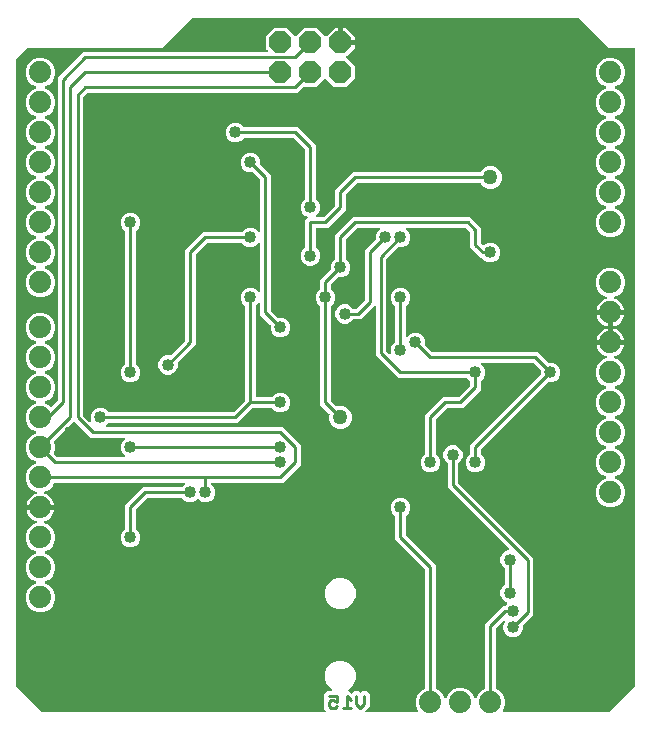
<source format=gbr>
G04 EAGLE Gerber RS-274X export*
G75*
%MOMM*%
%FSLAX34Y34*%
%LPD*%
%INBottom Copper*%
%IPPOS*%
%AMOC8*
5,1,8,0,0,1.08239X$1,22.5*%
G01*
%ADD10C,0.254000*%
%ADD11C,1.270000*%
%ADD12C,1.879600*%
%ADD13P,2.034460X8X22.500000*%
%ADD14C,1.016000*%
%ADD15C,1.108000*%

G36*
X266020Y4323D02*
X266020Y4323D01*
X266049Y4320D01*
X266160Y4343D01*
X266272Y4359D01*
X266299Y4371D01*
X266328Y4376D01*
X266428Y4429D01*
X266531Y4475D01*
X266554Y4494D01*
X266580Y4507D01*
X266662Y4585D01*
X266748Y4658D01*
X266765Y4683D01*
X266786Y4703D01*
X266843Y4801D01*
X266906Y4895D01*
X266915Y4923D01*
X266930Y4949D01*
X266957Y5058D01*
X266992Y5166D01*
X266992Y5196D01*
X267000Y5224D01*
X266996Y5337D01*
X266999Y5450D01*
X266991Y5479D01*
X266991Y5508D01*
X266956Y5616D01*
X266927Y5725D01*
X266912Y5751D01*
X266903Y5779D01*
X266857Y5843D01*
X266782Y5970D01*
X266736Y6013D01*
X266708Y6052D01*
X266631Y6129D01*
X265234Y7526D01*
X265234Y14493D01*
X265270Y14529D01*
X265305Y14575D01*
X265347Y14616D01*
X265390Y14688D01*
X265440Y14756D01*
X265461Y14810D01*
X265491Y14861D01*
X265512Y14943D01*
X265542Y15021D01*
X265547Y15080D01*
X265561Y15136D01*
X265558Y15221D01*
X265565Y15305D01*
X265554Y15362D01*
X265552Y15421D01*
X265526Y15501D01*
X265509Y15583D01*
X265482Y15635D01*
X265464Y15691D01*
X265424Y15747D01*
X265378Y15836D01*
X265310Y15908D01*
X265270Y15964D01*
X265234Y16000D01*
X265234Y19578D01*
X267764Y22107D01*
X271388Y22107D01*
X271417Y22112D01*
X271446Y22109D01*
X271557Y22131D01*
X271669Y22147D01*
X271696Y22159D01*
X271725Y22165D01*
X271825Y22217D01*
X271929Y22264D01*
X271951Y22282D01*
X271977Y22296D01*
X272059Y22374D01*
X272146Y22447D01*
X272162Y22472D01*
X272183Y22492D01*
X272241Y22589D01*
X272303Y22684D01*
X272312Y22712D01*
X272327Y22737D01*
X272355Y22847D01*
X272389Y22955D01*
X272390Y22984D01*
X272397Y23013D01*
X272394Y23126D01*
X272396Y23239D01*
X272389Y23267D01*
X272388Y23297D01*
X272353Y23405D01*
X272325Y23514D01*
X272310Y23539D01*
X272301Y23567D01*
X272255Y23631D01*
X272179Y23758D01*
X272134Y23801D01*
X272106Y23841D01*
X268338Y27608D01*
X266351Y32404D01*
X266351Y37596D01*
X268338Y42392D01*
X272008Y46062D01*
X276804Y48049D01*
X281996Y48049D01*
X286792Y46062D01*
X290462Y42392D01*
X292449Y37596D01*
X292449Y32404D01*
X290462Y27608D01*
X286792Y23938D01*
X286642Y23876D01*
X286543Y23817D01*
X286441Y23765D01*
X286421Y23746D01*
X286397Y23731D01*
X286319Y23648D01*
X286235Y23569D01*
X286221Y23545D01*
X286202Y23525D01*
X286150Y23423D01*
X286091Y23324D01*
X286085Y23297D01*
X286072Y23272D01*
X286050Y23159D01*
X286021Y23048D01*
X286022Y23020D01*
X286017Y22993D01*
X286027Y22879D01*
X286030Y22764D01*
X286039Y22737D01*
X286041Y22710D01*
X286083Y22603D01*
X286118Y22493D01*
X286132Y22473D01*
X286143Y22445D01*
X286304Y22232D01*
X286313Y22220D01*
X288071Y20462D01*
X288117Y20427D01*
X288158Y20384D01*
X288231Y20342D01*
X288298Y20291D01*
X288353Y20270D01*
X288403Y20241D01*
X288485Y20220D01*
X288564Y20190D01*
X288622Y20185D01*
X288679Y20171D01*
X288763Y20173D01*
X288847Y20166D01*
X288904Y20178D01*
X288963Y20180D01*
X289043Y20206D01*
X289126Y20222D01*
X289178Y20249D01*
X289233Y20267D01*
X289289Y20307D01*
X289378Y20353D01*
X289450Y20422D01*
X289507Y20462D01*
X291152Y22107D01*
X294730Y22107D01*
X295613Y21225D01*
X295659Y21190D01*
X295700Y21147D01*
X295772Y21104D01*
X295840Y21054D01*
X295894Y21033D01*
X295945Y21003D01*
X296026Y20983D01*
X296105Y20953D01*
X296164Y20948D01*
X296220Y20933D01*
X296305Y20936D01*
X296389Y20929D01*
X296446Y20940D01*
X296505Y20942D01*
X296585Y20968D01*
X296667Y20985D01*
X296719Y21012D01*
X296775Y21030D01*
X296831Y21070D01*
X296920Y21116D01*
X296992Y21185D01*
X297048Y21225D01*
X297931Y22107D01*
X301509Y22107D01*
X304039Y19578D01*
X304039Y9221D01*
X300947Y6129D01*
X300946Y6128D01*
X300870Y6052D01*
X300852Y6028D01*
X300830Y6009D01*
X300767Y5915D01*
X300699Y5825D01*
X300689Y5797D01*
X300672Y5773D01*
X300638Y5665D01*
X300598Y5559D01*
X300595Y5530D01*
X300587Y5502D01*
X300584Y5389D01*
X300574Y5276D01*
X300580Y5247D01*
X300579Y5218D01*
X300608Y5108D01*
X300630Y4997D01*
X300644Y4971D01*
X300651Y4943D01*
X300709Y4845D01*
X300761Y4745D01*
X300781Y4723D01*
X300796Y4698D01*
X300879Y4621D01*
X300957Y4539D01*
X300982Y4524D01*
X301004Y4504D01*
X301104Y4452D01*
X301202Y4395D01*
X301231Y4388D01*
X301257Y4374D01*
X301334Y4361D01*
X301477Y4325D01*
X301540Y4327D01*
X301588Y4319D01*
X344080Y4319D01*
X344194Y4335D01*
X344308Y4345D01*
X344334Y4355D01*
X344361Y4359D01*
X344466Y4406D01*
X344573Y4447D01*
X344596Y4463D01*
X344621Y4475D01*
X344708Y4549D01*
X344800Y4618D01*
X344817Y4641D01*
X344838Y4658D01*
X344902Y4754D01*
X344970Y4846D01*
X344980Y4872D01*
X344995Y4895D01*
X345030Y5005D01*
X345071Y5112D01*
X345073Y5140D01*
X345081Y5166D01*
X345084Y5281D01*
X345093Y5395D01*
X345088Y5420D01*
X345089Y5450D01*
X345021Y5707D01*
X345018Y5723D01*
X343153Y10224D01*
X343153Y15176D01*
X345048Y19751D01*
X348549Y23252D01*
X350655Y24124D01*
X350656Y24125D01*
X350657Y24125D01*
X350776Y24195D01*
X350899Y24268D01*
X350900Y24269D01*
X350902Y24270D01*
X350999Y24374D01*
X351095Y24475D01*
X351095Y24476D01*
X351096Y24478D01*
X351161Y24603D01*
X351225Y24728D01*
X351225Y24729D01*
X351226Y24731D01*
X351228Y24746D01*
X351280Y25007D01*
X351277Y25037D01*
X351281Y25062D01*
X351281Y124791D01*
X351269Y124877D01*
X351266Y124965D01*
X351249Y125017D01*
X351241Y125072D01*
X351206Y125152D01*
X351179Y125235D01*
X351151Y125274D01*
X351125Y125331D01*
X351029Y125445D01*
X350984Y125508D01*
X325881Y150611D01*
X325881Y170202D01*
X325869Y170289D01*
X325866Y170376D01*
X325849Y170429D01*
X325841Y170484D01*
X325806Y170564D01*
X325779Y170647D01*
X325751Y170686D01*
X325725Y170743D01*
X325629Y170857D01*
X325584Y170920D01*
X323309Y173195D01*
X322071Y176183D01*
X322071Y179417D01*
X323309Y182405D01*
X325595Y184691D01*
X328583Y185929D01*
X331817Y185929D01*
X334805Y184691D01*
X337091Y182405D01*
X338329Y179417D01*
X338329Y176183D01*
X337091Y173195D01*
X334816Y170920D01*
X334764Y170851D01*
X334704Y170787D01*
X334678Y170737D01*
X334645Y170693D01*
X334614Y170611D01*
X334574Y170533D01*
X334566Y170486D01*
X334544Y170427D01*
X334532Y170280D01*
X334519Y170202D01*
X334519Y154609D01*
X334531Y154523D01*
X334534Y154435D01*
X334551Y154383D01*
X334559Y154328D01*
X334594Y154248D01*
X334621Y154165D01*
X334649Y154126D01*
X334675Y154069D01*
X334759Y153970D01*
X334776Y153940D01*
X334793Y153924D01*
X334816Y153892D01*
X359919Y128789D01*
X359919Y25062D01*
X359919Y25060D01*
X359919Y25059D01*
X359939Y24919D01*
X359959Y24780D01*
X359959Y24779D01*
X359959Y24777D01*
X360016Y24651D01*
X360075Y24521D01*
X360076Y24520D01*
X360077Y24518D01*
X360168Y24411D01*
X360258Y24304D01*
X360260Y24303D01*
X360261Y24302D01*
X360274Y24294D01*
X360495Y24146D01*
X360524Y24137D01*
X360545Y24124D01*
X362651Y23252D01*
X366152Y19751D01*
X367362Y16829D01*
X367377Y16804D01*
X367386Y16776D01*
X367449Y16681D01*
X367507Y16584D01*
X367528Y16564D01*
X367544Y16539D01*
X367631Y16467D01*
X367713Y16389D01*
X367739Y16375D01*
X367762Y16357D01*
X367865Y16311D01*
X367966Y16259D01*
X367995Y16253D01*
X368022Y16241D01*
X368134Y16225D01*
X368245Y16204D01*
X368274Y16206D01*
X368303Y16202D01*
X368415Y16218D01*
X368528Y16228D01*
X368555Y16239D01*
X368584Y16243D01*
X368688Y16289D01*
X368793Y16330D01*
X368817Y16348D01*
X368844Y16360D01*
X368930Y16433D01*
X369020Y16502D01*
X369038Y16525D01*
X369060Y16544D01*
X369102Y16611D01*
X369190Y16729D01*
X369212Y16788D01*
X369238Y16829D01*
X370448Y19751D01*
X373949Y23252D01*
X378524Y25147D01*
X383476Y25147D01*
X388051Y23252D01*
X391552Y19751D01*
X392762Y16829D01*
X392777Y16804D01*
X392786Y16776D01*
X392849Y16681D01*
X392907Y16584D01*
X392928Y16564D01*
X392944Y16539D01*
X393031Y16467D01*
X393113Y16389D01*
X393139Y16375D01*
X393162Y16357D01*
X393265Y16311D01*
X393366Y16259D01*
X393395Y16253D01*
X393422Y16241D01*
X393534Y16225D01*
X393645Y16204D01*
X393674Y16206D01*
X393703Y16202D01*
X393815Y16218D01*
X393928Y16228D01*
X393955Y16239D01*
X393984Y16243D01*
X394088Y16289D01*
X394193Y16330D01*
X394217Y16348D01*
X394244Y16360D01*
X394330Y16433D01*
X394420Y16502D01*
X394438Y16525D01*
X394460Y16544D01*
X394502Y16611D01*
X394590Y16729D01*
X394612Y16788D01*
X394638Y16829D01*
X395848Y19751D01*
X399349Y23252D01*
X401455Y24124D01*
X401456Y24125D01*
X401457Y24125D01*
X401576Y24195D01*
X401699Y24268D01*
X401700Y24269D01*
X401702Y24270D01*
X401799Y24374D01*
X401895Y24475D01*
X401895Y24476D01*
X401896Y24478D01*
X401961Y24603D01*
X402025Y24728D01*
X402025Y24729D01*
X402026Y24731D01*
X402028Y24746D01*
X402080Y25007D01*
X402077Y25037D01*
X402081Y25062D01*
X402081Y79259D01*
X417311Y94489D01*
X417852Y94489D01*
X417939Y94501D01*
X418026Y94504D01*
X418079Y94521D01*
X418134Y94529D01*
X418214Y94564D01*
X418297Y94591D01*
X418336Y94619D01*
X418393Y94645D01*
X418506Y94741D01*
X418570Y94786D01*
X420058Y96274D01*
X420127Y96365D01*
X420201Y96453D01*
X420212Y96479D01*
X420229Y96501D01*
X420270Y96608D01*
X420316Y96713D01*
X420320Y96740D01*
X420330Y96766D01*
X420339Y96881D01*
X420355Y96995D01*
X420351Y97022D01*
X420353Y97050D01*
X420331Y97162D01*
X420314Y97276D01*
X420303Y97301D01*
X420298Y97328D01*
X420245Y97431D01*
X420197Y97535D01*
X420179Y97556D01*
X420167Y97581D01*
X420087Y97664D01*
X420013Y97751D01*
X419992Y97765D01*
X419971Y97787D01*
X419741Y97921D01*
X419728Y97929D01*
X418305Y98519D01*
X416019Y100805D01*
X414781Y103793D01*
X414781Y107027D01*
X416019Y110015D01*
X418294Y112290D01*
X418346Y112359D01*
X418406Y112423D01*
X418432Y112473D01*
X418465Y112517D01*
X418496Y112599D01*
X418536Y112677D01*
X418544Y112724D01*
X418566Y112783D01*
X418578Y112930D01*
X418591Y113008D01*
X418591Y125752D01*
X418579Y125839D01*
X418576Y125926D01*
X418559Y125979D01*
X418551Y126034D01*
X418516Y126114D01*
X418489Y126197D01*
X418461Y126236D01*
X418435Y126293D01*
X418339Y126407D01*
X418294Y126470D01*
X416019Y128745D01*
X414781Y131733D01*
X414781Y134967D01*
X416019Y137955D01*
X418305Y140241D01*
X421293Y141479D01*
X421463Y141479D01*
X421492Y141483D01*
X421521Y141480D01*
X421632Y141503D01*
X421744Y141519D01*
X421771Y141531D01*
X421800Y141536D01*
X421900Y141588D01*
X422004Y141635D01*
X422026Y141654D01*
X422052Y141667D01*
X422134Y141745D01*
X422221Y141818D01*
X422237Y141843D01*
X422258Y141863D01*
X422315Y141961D01*
X422378Y142055D01*
X422387Y142083D01*
X422402Y142108D01*
X422430Y142218D01*
X422464Y142326D01*
X422465Y142356D01*
X422472Y142384D01*
X422468Y142497D01*
X422471Y142610D01*
X422464Y142639D01*
X422463Y142668D01*
X422428Y142776D01*
X422399Y142885D01*
X422384Y142911D01*
X422375Y142939D01*
X422330Y143002D01*
X422254Y143130D01*
X422208Y143173D01*
X422181Y143212D01*
X373158Y192234D01*
X370331Y195061D01*
X370331Y214652D01*
X370319Y214739D01*
X370316Y214826D01*
X370299Y214879D01*
X370291Y214934D01*
X370256Y215014D01*
X370229Y215097D01*
X370201Y215136D01*
X370175Y215193D01*
X370079Y215307D01*
X370034Y215370D01*
X367759Y217645D01*
X366521Y220633D01*
X366521Y223867D01*
X367759Y226855D01*
X370045Y229141D01*
X373033Y230379D01*
X376267Y230379D01*
X379255Y229141D01*
X381541Y226855D01*
X382779Y223867D01*
X382779Y220633D01*
X381541Y217645D01*
X379266Y215370D01*
X379214Y215301D01*
X379154Y215237D01*
X379128Y215187D01*
X379095Y215143D01*
X379064Y215061D01*
X379024Y214983D01*
X379016Y214936D01*
X378994Y214877D01*
X378982Y214730D01*
X378969Y214652D01*
X378969Y199059D01*
X378981Y198973D01*
X378984Y198885D01*
X379001Y198833D01*
X379009Y198778D01*
X379044Y198698D01*
X379071Y198615D01*
X379099Y198576D01*
X379125Y198519D01*
X379221Y198405D01*
X379266Y198342D01*
X442469Y135139D01*
X442469Y87111D01*
X433876Y78518D01*
X433824Y78449D01*
X433764Y78385D01*
X433738Y78335D01*
X433705Y78291D01*
X433674Y78210D01*
X433634Y78132D01*
X433626Y78084D01*
X433604Y78026D01*
X433592Y77878D01*
X433579Y77801D01*
X433579Y74583D01*
X432341Y71595D01*
X430055Y69309D01*
X427067Y68071D01*
X423833Y68071D01*
X420845Y69309D01*
X418559Y71595D01*
X417321Y74583D01*
X417321Y77817D01*
X418527Y80727D01*
X418548Y80810D01*
X418579Y80890D01*
X418583Y80947D01*
X418597Y81002D01*
X418595Y81088D01*
X418602Y81173D01*
X418591Y81229D01*
X418589Y81286D01*
X418563Y81368D01*
X418546Y81452D01*
X418520Y81503D01*
X418503Y81557D01*
X418455Y81628D01*
X418415Y81704D01*
X418376Y81746D01*
X418344Y81793D01*
X418279Y81848D01*
X418219Y81911D01*
X418170Y81939D01*
X418127Y81976D01*
X418048Y82011D01*
X417974Y82054D01*
X417919Y82068D01*
X417867Y82091D01*
X417782Y82103D01*
X417699Y82124D01*
X417642Y82123D01*
X417585Y82130D01*
X417500Y82118D01*
X417415Y82115D01*
X417360Y82098D01*
X417304Y82090D01*
X417226Y82054D01*
X417144Y82028D01*
X417104Y81999D01*
X417045Y81973D01*
X416934Y81878D01*
X416871Y81833D01*
X411016Y75978D01*
X410964Y75909D01*
X410904Y75845D01*
X410878Y75795D01*
X410845Y75751D01*
X410814Y75670D01*
X410774Y75592D01*
X410766Y75544D01*
X410744Y75486D01*
X410732Y75338D01*
X410719Y75261D01*
X410719Y25062D01*
X410719Y25060D01*
X410719Y25059D01*
X410739Y24919D01*
X410759Y24780D01*
X410759Y24779D01*
X410759Y24777D01*
X410816Y24651D01*
X410875Y24521D01*
X410876Y24520D01*
X410877Y24518D01*
X410968Y24411D01*
X411058Y24304D01*
X411060Y24303D01*
X411061Y24302D01*
X411074Y24294D01*
X411295Y24146D01*
X411324Y24137D01*
X411345Y24124D01*
X413451Y23252D01*
X416952Y19751D01*
X418847Y15176D01*
X418847Y10224D01*
X416982Y5723D01*
X416953Y5611D01*
X416919Y5502D01*
X416918Y5474D01*
X416911Y5447D01*
X416914Y5333D01*
X416911Y5218D01*
X416918Y5191D01*
X416919Y5163D01*
X416954Y5054D01*
X416983Y4943D01*
X416997Y4919D01*
X417006Y4892D01*
X417070Y4797D01*
X417129Y4698D01*
X417149Y4679D01*
X417164Y4656D01*
X417252Y4582D01*
X417336Y4504D01*
X417361Y4491D01*
X417382Y4473D01*
X417487Y4427D01*
X417589Y4374D01*
X417614Y4370D01*
X417642Y4358D01*
X417905Y4321D01*
X417920Y4319D01*
X505791Y4319D01*
X505877Y4331D01*
X505965Y4334D01*
X506017Y4351D01*
X506072Y4359D01*
X506152Y4394D01*
X506235Y4421D01*
X506274Y4449D01*
X506331Y4475D01*
X506445Y4571D01*
X506508Y4616D01*
X528784Y26892D01*
X528836Y26961D01*
X528896Y27025D01*
X528922Y27075D01*
X528955Y27119D01*
X528986Y27200D01*
X529026Y27278D01*
X529034Y27326D01*
X529056Y27384D01*
X529065Y27495D01*
X529067Y27502D01*
X529068Y27528D01*
X529068Y27532D01*
X529081Y27609D01*
X529081Y566166D01*
X529073Y566224D01*
X529075Y566282D01*
X529053Y566364D01*
X529041Y566448D01*
X529018Y566501D01*
X529003Y566557D01*
X528960Y566630D01*
X528925Y566707D01*
X528887Y566752D01*
X528858Y566802D01*
X528796Y566860D01*
X528742Y566924D01*
X528693Y566956D01*
X528650Y566996D01*
X528575Y567035D01*
X528505Y567082D01*
X528449Y567099D01*
X528397Y567126D01*
X528329Y567137D01*
X528234Y567167D01*
X528134Y567170D01*
X528066Y567181D01*
X506211Y567181D01*
X481108Y592284D01*
X481039Y592336D01*
X480975Y592396D01*
X480925Y592422D01*
X480881Y592455D01*
X480800Y592486D01*
X480722Y592526D01*
X480674Y592534D01*
X480616Y592556D01*
X480468Y592568D01*
X480391Y592581D01*
X154609Y592581D01*
X154523Y592569D01*
X154435Y592566D01*
X154383Y592549D01*
X154328Y592541D01*
X154248Y592506D01*
X154165Y592479D01*
X154126Y592451D01*
X154069Y592425D01*
X153955Y592329D01*
X153892Y592284D01*
X128789Y567181D01*
X14909Y567181D01*
X14823Y567169D01*
X14735Y567166D01*
X14683Y567149D01*
X14628Y567141D01*
X14548Y567106D01*
X14465Y567079D01*
X14426Y567051D01*
X14369Y567025D01*
X14255Y566929D01*
X14192Y566884D01*
X4616Y557308D01*
X4606Y557295D01*
X4600Y557290D01*
X4583Y557265D01*
X4564Y557239D01*
X4504Y557175D01*
X4478Y557125D01*
X4445Y557081D01*
X4414Y557000D01*
X4374Y556922D01*
X4366Y556874D01*
X4344Y556816D01*
X4332Y556668D01*
X4319Y556591D01*
X4319Y27609D01*
X4326Y27561D01*
X4325Y27553D01*
X4328Y27543D01*
X4331Y27523D01*
X4334Y27435D01*
X4351Y27383D01*
X4359Y27328D01*
X4394Y27248D01*
X4421Y27165D01*
X4449Y27126D01*
X4475Y27069D01*
X4571Y26955D01*
X4616Y26892D01*
X26891Y4616D01*
X26961Y4564D01*
X27025Y4504D01*
X27074Y4478D01*
X27119Y4445D01*
X27200Y4414D01*
X27278Y4374D01*
X27326Y4366D01*
X27384Y4344D01*
X27532Y4332D01*
X27609Y4319D01*
X265990Y4319D01*
X266020Y4323D01*
G37*
%LPC*%
G36*
X22924Y89153D02*
X22924Y89153D01*
X18349Y91048D01*
X14848Y94549D01*
X12953Y99124D01*
X12953Y104076D01*
X14848Y108651D01*
X18349Y112152D01*
X21271Y113362D01*
X21296Y113377D01*
X21324Y113386D01*
X21419Y113449D01*
X21516Y113507D01*
X21536Y113528D01*
X21561Y113544D01*
X21634Y113631D01*
X21711Y113713D01*
X21725Y113739D01*
X21744Y113762D01*
X21790Y113865D01*
X21841Y113966D01*
X21847Y113995D01*
X21859Y114022D01*
X21875Y114134D01*
X21896Y114245D01*
X21894Y114274D01*
X21898Y114303D01*
X21882Y114415D01*
X21872Y114528D01*
X21861Y114555D01*
X21857Y114585D01*
X21811Y114688D01*
X21770Y114793D01*
X21752Y114817D01*
X21740Y114844D01*
X21667Y114930D01*
X21598Y115020D01*
X21575Y115038D01*
X21556Y115060D01*
X21489Y115102D01*
X21371Y115190D01*
X21312Y115212D01*
X21271Y115238D01*
X18349Y116448D01*
X14848Y119949D01*
X12953Y124524D01*
X12953Y129476D01*
X14848Y134051D01*
X18349Y137552D01*
X21271Y138762D01*
X21296Y138777D01*
X21324Y138786D01*
X21419Y138849D01*
X21516Y138907D01*
X21536Y138928D01*
X21561Y138944D01*
X21634Y139031D01*
X21711Y139113D01*
X21725Y139139D01*
X21744Y139162D01*
X21790Y139265D01*
X21841Y139366D01*
X21847Y139395D01*
X21859Y139422D01*
X21875Y139534D01*
X21896Y139645D01*
X21894Y139674D01*
X21898Y139703D01*
X21882Y139815D01*
X21872Y139928D01*
X21861Y139955D01*
X21857Y139985D01*
X21811Y140088D01*
X21770Y140193D01*
X21752Y140217D01*
X21740Y140244D01*
X21667Y140330D01*
X21598Y140420D01*
X21575Y140438D01*
X21556Y140460D01*
X21489Y140502D01*
X21371Y140590D01*
X21312Y140612D01*
X21271Y140638D01*
X18349Y141848D01*
X14848Y145349D01*
X12953Y149924D01*
X12953Y154876D01*
X14848Y159451D01*
X18349Y162952D01*
X22011Y164469D01*
X22071Y164504D01*
X22135Y164530D01*
X22193Y164576D01*
X22256Y164613D01*
X22304Y164663D01*
X22358Y164706D01*
X22401Y164766D01*
X22451Y164820D01*
X22483Y164881D01*
X22523Y164938D01*
X22548Y165007D01*
X22582Y165073D01*
X22595Y165140D01*
X22618Y165206D01*
X22622Y165279D01*
X22637Y165351D01*
X22631Y165420D01*
X22635Y165489D01*
X22619Y165561D01*
X22612Y165635D01*
X22587Y165699D01*
X22572Y165767D01*
X22537Y165831D01*
X22510Y165900D01*
X22468Y165955D01*
X22435Y166016D01*
X22383Y166068D01*
X22339Y166127D01*
X22283Y166168D01*
X22234Y166217D01*
X22179Y166246D01*
X22111Y166297D01*
X22003Y166338D01*
X21937Y166372D01*
X20817Y166736D01*
X19143Y167589D01*
X17622Y168694D01*
X16294Y170022D01*
X15189Y171543D01*
X14336Y173217D01*
X13755Y175004D01*
X13634Y175769D01*
X24384Y175769D01*
X24442Y175777D01*
X24500Y175775D01*
X24582Y175797D01*
X24665Y175809D01*
X24719Y175833D01*
X24775Y175847D01*
X24848Y175890D01*
X24925Y175925D01*
X24969Y175963D01*
X25020Y175993D01*
X25077Y176054D01*
X25142Y176109D01*
X25174Y176157D01*
X25214Y176200D01*
X25253Y176275D01*
X25299Y176345D01*
X25317Y176401D01*
X25344Y176453D01*
X25355Y176521D01*
X25385Y176616D01*
X25388Y176716D01*
X25399Y176784D01*
X25399Y178816D01*
X25391Y178874D01*
X25392Y178932D01*
X25371Y179014D01*
X25359Y179097D01*
X25335Y179151D01*
X25321Y179207D01*
X25278Y179280D01*
X25243Y179357D01*
X25205Y179402D01*
X25175Y179452D01*
X25114Y179510D01*
X25059Y179574D01*
X25011Y179606D01*
X24968Y179646D01*
X24893Y179685D01*
X24823Y179731D01*
X24767Y179749D01*
X24715Y179776D01*
X24647Y179787D01*
X24552Y179817D01*
X24452Y179820D01*
X24384Y179831D01*
X13634Y179831D01*
X13755Y180596D01*
X14336Y182383D01*
X15189Y184057D01*
X16294Y185578D01*
X17622Y186906D01*
X19143Y188011D01*
X20817Y188864D01*
X21937Y189228D01*
X21999Y189258D01*
X22065Y189279D01*
X22126Y189320D01*
X22192Y189353D01*
X22243Y189399D01*
X22301Y189438D01*
X22348Y189494D01*
X22403Y189543D01*
X22439Y189602D01*
X22484Y189655D01*
X22514Y189722D01*
X22552Y189785D01*
X22571Y189852D01*
X22599Y189915D01*
X22609Y189988D01*
X22629Y190059D01*
X22629Y190128D01*
X22638Y190196D01*
X22628Y190269D01*
X22627Y190343D01*
X22607Y190410D01*
X22597Y190478D01*
X22567Y190545D01*
X22546Y190616D01*
X22509Y190674D01*
X22480Y190737D01*
X22433Y190793D01*
X22393Y190855D01*
X22341Y190901D01*
X22296Y190953D01*
X22243Y190986D01*
X22179Y191043D01*
X22075Y191092D01*
X22011Y191131D01*
X18349Y192648D01*
X14848Y196149D01*
X12953Y200724D01*
X12953Y205676D01*
X14848Y210251D01*
X18349Y213752D01*
X21271Y214962D01*
X21296Y214977D01*
X21324Y214986D01*
X21419Y215049D01*
X21516Y215107D01*
X21536Y215128D01*
X21561Y215144D01*
X21634Y215231D01*
X21711Y215313D01*
X21725Y215339D01*
X21744Y215362D01*
X21790Y215465D01*
X21841Y215566D01*
X21847Y215595D01*
X21859Y215622D01*
X21875Y215734D01*
X21896Y215845D01*
X21894Y215874D01*
X21898Y215903D01*
X21882Y216015D01*
X21872Y216128D01*
X21861Y216155D01*
X21857Y216185D01*
X21811Y216288D01*
X21770Y216393D01*
X21752Y216417D01*
X21740Y216444D01*
X21667Y216530D01*
X21598Y216620D01*
X21575Y216638D01*
X21556Y216660D01*
X21489Y216702D01*
X21371Y216790D01*
X21312Y216812D01*
X21271Y216838D01*
X18349Y218048D01*
X14848Y221549D01*
X12953Y226124D01*
X12953Y231076D01*
X14848Y235651D01*
X18349Y239152D01*
X21271Y240362D01*
X21296Y240377D01*
X21324Y240386D01*
X21419Y240449D01*
X21516Y240507D01*
X21536Y240528D01*
X21561Y240544D01*
X21634Y240631D01*
X21711Y240713D01*
X21725Y240739D01*
X21744Y240762D01*
X21790Y240865D01*
X21841Y240966D01*
X21847Y240995D01*
X21859Y241022D01*
X21875Y241134D01*
X21896Y241245D01*
X21894Y241274D01*
X21898Y241303D01*
X21882Y241415D01*
X21872Y241528D01*
X21861Y241555D01*
X21857Y241585D01*
X21811Y241688D01*
X21770Y241793D01*
X21752Y241817D01*
X21740Y241844D01*
X21667Y241930D01*
X21598Y242020D01*
X21575Y242038D01*
X21556Y242060D01*
X21489Y242102D01*
X21371Y242190D01*
X21312Y242212D01*
X21271Y242238D01*
X18349Y243448D01*
X14848Y246949D01*
X12953Y251524D01*
X12953Y256476D01*
X14848Y261051D01*
X18349Y264552D01*
X21271Y265762D01*
X21296Y265777D01*
X21324Y265786D01*
X21419Y265849D01*
X21516Y265907D01*
X21536Y265928D01*
X21561Y265944D01*
X21634Y266031D01*
X21711Y266113D01*
X21725Y266139D01*
X21744Y266162D01*
X21790Y266265D01*
X21841Y266366D01*
X21847Y266395D01*
X21859Y266422D01*
X21875Y266534D01*
X21896Y266645D01*
X21894Y266674D01*
X21898Y266703D01*
X21882Y266815D01*
X21872Y266928D01*
X21861Y266955D01*
X21857Y266985D01*
X21811Y267088D01*
X21770Y267193D01*
X21752Y267217D01*
X21740Y267244D01*
X21667Y267330D01*
X21598Y267420D01*
X21575Y267438D01*
X21556Y267460D01*
X21489Y267502D01*
X21371Y267590D01*
X21312Y267612D01*
X21271Y267638D01*
X18349Y268848D01*
X14848Y272349D01*
X12953Y276924D01*
X12953Y281876D01*
X14848Y286451D01*
X18349Y289952D01*
X21271Y291162D01*
X21296Y291177D01*
X21324Y291186D01*
X21419Y291249D01*
X21516Y291307D01*
X21536Y291328D01*
X21561Y291344D01*
X21634Y291431D01*
X21711Y291513D01*
X21725Y291539D01*
X21744Y291562D01*
X21790Y291665D01*
X21841Y291766D01*
X21847Y291795D01*
X21859Y291822D01*
X21875Y291934D01*
X21896Y292045D01*
X21894Y292074D01*
X21898Y292103D01*
X21882Y292215D01*
X21872Y292328D01*
X21861Y292355D01*
X21857Y292385D01*
X21811Y292488D01*
X21770Y292593D01*
X21752Y292617D01*
X21740Y292644D01*
X21667Y292730D01*
X21598Y292820D01*
X21575Y292838D01*
X21556Y292860D01*
X21489Y292902D01*
X21371Y292990D01*
X21312Y293012D01*
X21271Y293038D01*
X18349Y294248D01*
X14848Y297749D01*
X12953Y302324D01*
X12953Y307276D01*
X14848Y311851D01*
X18349Y315352D01*
X21271Y316562D01*
X21296Y316577D01*
X21324Y316586D01*
X21419Y316649D01*
X21516Y316707D01*
X21536Y316728D01*
X21561Y316744D01*
X21634Y316831D01*
X21711Y316913D01*
X21725Y316939D01*
X21744Y316962D01*
X21790Y317065D01*
X21841Y317166D01*
X21847Y317195D01*
X21859Y317222D01*
X21875Y317334D01*
X21896Y317445D01*
X21894Y317474D01*
X21898Y317503D01*
X21882Y317615D01*
X21872Y317728D01*
X21861Y317755D01*
X21857Y317785D01*
X21811Y317888D01*
X21770Y317993D01*
X21752Y318017D01*
X21740Y318044D01*
X21667Y318130D01*
X21598Y318220D01*
X21575Y318238D01*
X21556Y318260D01*
X21489Y318302D01*
X21371Y318390D01*
X21312Y318412D01*
X21271Y318438D01*
X18349Y319648D01*
X14848Y323149D01*
X12953Y327724D01*
X12953Y332676D01*
X14848Y337251D01*
X18349Y340752D01*
X22924Y342647D01*
X27876Y342647D01*
X32451Y340752D01*
X35952Y337251D01*
X37847Y332676D01*
X37847Y327724D01*
X35952Y323149D01*
X32451Y319648D01*
X29529Y318438D01*
X29504Y318423D01*
X29476Y318414D01*
X29381Y318351D01*
X29284Y318293D01*
X29264Y318272D01*
X29239Y318256D01*
X29167Y318169D01*
X29089Y318087D01*
X29075Y318061D01*
X29057Y318038D01*
X29011Y317935D01*
X28959Y317834D01*
X28953Y317805D01*
X28941Y317778D01*
X28925Y317666D01*
X28904Y317555D01*
X28906Y317526D01*
X28902Y317497D01*
X28918Y317385D01*
X28928Y317272D01*
X28939Y317245D01*
X28943Y317216D01*
X28989Y317112D01*
X29030Y317007D01*
X29048Y316983D01*
X29060Y316956D01*
X29133Y316870D01*
X29202Y316780D01*
X29225Y316762D01*
X29244Y316740D01*
X29311Y316698D01*
X29429Y316610D01*
X29488Y316588D01*
X29529Y316562D01*
X32451Y315352D01*
X35952Y311851D01*
X37847Y307276D01*
X37847Y302324D01*
X35952Y297749D01*
X32451Y294248D01*
X29529Y293038D01*
X29504Y293023D01*
X29476Y293014D01*
X29381Y292951D01*
X29284Y292893D01*
X29264Y292872D01*
X29239Y292856D01*
X29167Y292769D01*
X29089Y292687D01*
X29075Y292661D01*
X29057Y292638D01*
X29011Y292535D01*
X28959Y292434D01*
X28953Y292405D01*
X28941Y292378D01*
X28925Y292266D01*
X28904Y292155D01*
X28906Y292126D01*
X28902Y292097D01*
X28918Y291985D01*
X28928Y291872D01*
X28939Y291845D01*
X28943Y291816D01*
X28989Y291712D01*
X29030Y291607D01*
X29048Y291583D01*
X29060Y291556D01*
X29133Y291470D01*
X29202Y291380D01*
X29225Y291362D01*
X29244Y291340D01*
X29311Y291298D01*
X29429Y291210D01*
X29488Y291188D01*
X29529Y291162D01*
X32451Y289952D01*
X35952Y286451D01*
X37847Y281876D01*
X37847Y276924D01*
X35952Y272349D01*
X32451Y268848D01*
X29529Y267638D01*
X29504Y267623D01*
X29476Y267614D01*
X29381Y267551D01*
X29284Y267493D01*
X29264Y267472D01*
X29239Y267456D01*
X29167Y267369D01*
X29089Y267287D01*
X29075Y267261D01*
X29057Y267238D01*
X29011Y267135D01*
X28959Y267034D01*
X28953Y267005D01*
X28941Y266978D01*
X28925Y266866D01*
X28904Y266755D01*
X28906Y266726D01*
X28902Y266697D01*
X28918Y266585D01*
X28928Y266472D01*
X28939Y266445D01*
X28943Y266416D01*
X28989Y266312D01*
X29030Y266207D01*
X29048Y266183D01*
X29060Y266156D01*
X29133Y266070D01*
X29202Y265980D01*
X29225Y265962D01*
X29244Y265940D01*
X29311Y265898D01*
X29429Y265810D01*
X29488Y265788D01*
X29529Y265762D01*
X32451Y264552D01*
X33604Y263398D01*
X33651Y263363D01*
X33691Y263320D01*
X33764Y263278D01*
X33832Y263227D01*
X33886Y263206D01*
X33937Y263177D01*
X34018Y263156D01*
X34097Y263126D01*
X34156Y263121D01*
X34212Y263106D01*
X34297Y263109D01*
X34381Y263102D01*
X34438Y263114D01*
X34496Y263116D01*
X34577Y263141D01*
X34659Y263158D01*
X34711Y263185D01*
X34767Y263203D01*
X34823Y263243D01*
X34912Y263289D01*
X34984Y263358D01*
X35040Y263398D01*
X39834Y268192D01*
X39886Y268261D01*
X39946Y268325D01*
X39972Y268375D01*
X40005Y268419D01*
X40036Y268500D01*
X40076Y268578D01*
X40084Y268626D01*
X40106Y268684D01*
X40118Y268832D01*
X40131Y268909D01*
X40131Y541539D01*
X61711Y563119D01*
X216928Y563119D01*
X216957Y563123D01*
X216986Y563120D01*
X217097Y563143D01*
X217209Y563159D01*
X217236Y563171D01*
X217265Y563176D01*
X217366Y563229D01*
X217469Y563275D01*
X217491Y563294D01*
X217517Y563307D01*
X217599Y563385D01*
X217686Y563458D01*
X217702Y563483D01*
X217723Y563503D01*
X217781Y563601D01*
X217843Y563695D01*
X217852Y563723D01*
X217867Y563748D01*
X217895Y563858D01*
X217929Y563966D01*
X217930Y563996D01*
X217937Y564024D01*
X217934Y564137D01*
X217936Y564250D01*
X217929Y564279D01*
X217928Y564308D01*
X217893Y564416D01*
X217865Y564525D01*
X217850Y564551D01*
X217841Y564579D01*
X217795Y564643D01*
X217719Y564770D01*
X217674Y564813D01*
X217646Y564852D01*
X216153Y566344D01*
X216153Y576656D01*
X223444Y583947D01*
X233756Y583947D01*
X240582Y577120D01*
X240629Y577085D01*
X240669Y577043D01*
X240742Y577000D01*
X240809Y576949D01*
X240864Y576929D01*
X240914Y576899D01*
X240996Y576878D01*
X241075Y576848D01*
X241133Y576843D01*
X241190Y576829D01*
X241274Y576832D01*
X241358Y576825D01*
X241416Y576836D01*
X241474Y576838D01*
X241554Y576864D01*
X241637Y576880D01*
X241689Y576907D01*
X241745Y576925D01*
X241801Y576965D01*
X241889Y577011D01*
X241962Y577080D01*
X242018Y577120D01*
X248844Y583947D01*
X259156Y583947D01*
X266341Y576761D01*
X266388Y576726D01*
X266428Y576683D01*
X266501Y576641D01*
X266568Y576590D01*
X266623Y576569D01*
X266674Y576540D01*
X266755Y576519D01*
X266834Y576489D01*
X266893Y576484D01*
X266949Y576470D01*
X267033Y576472D01*
X267117Y576465D01*
X267175Y576477D01*
X267233Y576479D01*
X267313Y576505D01*
X267396Y576521D01*
X267448Y576548D01*
X267504Y576566D01*
X267560Y576606D01*
X267649Y576652D01*
X267721Y576721D01*
X267777Y576761D01*
X274455Y583439D01*
X277369Y583439D01*
X277369Y572516D01*
X277377Y572458D01*
X277375Y572400D01*
X277397Y572318D01*
X277409Y572235D01*
X277433Y572181D01*
X277447Y572125D01*
X277490Y572052D01*
X277525Y571975D01*
X277563Y571931D01*
X277593Y571880D01*
X277654Y571823D01*
X277709Y571758D01*
X277757Y571726D01*
X277800Y571686D01*
X277875Y571647D01*
X277945Y571601D01*
X278001Y571583D01*
X278053Y571556D01*
X278121Y571545D01*
X278216Y571515D01*
X278316Y571512D01*
X278384Y571501D01*
X279401Y571501D01*
X279401Y570484D01*
X279409Y570426D01*
X279408Y570368D01*
X279429Y570286D01*
X279441Y570203D01*
X279465Y570149D01*
X279479Y570093D01*
X279522Y570020D01*
X279557Y569943D01*
X279595Y569898D01*
X279625Y569848D01*
X279686Y569790D01*
X279741Y569726D01*
X279789Y569694D01*
X279832Y569654D01*
X279907Y569615D01*
X279977Y569569D01*
X280033Y569551D01*
X280085Y569524D01*
X280153Y569513D01*
X280248Y569483D01*
X280348Y569480D01*
X280416Y569469D01*
X291339Y569469D01*
X291339Y566555D01*
X284661Y559877D01*
X284626Y559830D01*
X284583Y559790D01*
X284541Y559717D01*
X284490Y559650D01*
X284469Y559595D01*
X284440Y559545D01*
X284419Y559463D01*
X284389Y559384D01*
X284384Y559326D01*
X284370Y559269D01*
X284372Y559185D01*
X284365Y559101D01*
X284377Y559044D01*
X284379Y558985D01*
X284405Y558905D01*
X284421Y558822D01*
X284448Y558770D01*
X284466Y558715D01*
X284506Y558658D01*
X284552Y558570D01*
X284621Y558498D01*
X284661Y558441D01*
X291847Y551256D01*
X291847Y540944D01*
X284556Y533653D01*
X274244Y533653D01*
X267418Y540480D01*
X267371Y540515D01*
X267331Y540557D01*
X267258Y540600D01*
X267191Y540651D01*
X267136Y540671D01*
X267086Y540701D01*
X267004Y540722D01*
X266925Y540752D01*
X266867Y540757D01*
X266810Y540771D01*
X266726Y540768D01*
X266642Y540775D01*
X266584Y540764D01*
X266526Y540762D01*
X266446Y540736D01*
X266363Y540720D01*
X266311Y540693D01*
X266255Y540675D01*
X266199Y540635D01*
X266111Y540589D01*
X266038Y540520D01*
X265982Y540480D01*
X259156Y533653D01*
X248803Y533653D01*
X248743Y533698D01*
X248689Y533719D01*
X248638Y533748D01*
X248557Y533769D01*
X248478Y533799D01*
X248419Y533804D01*
X248363Y533819D01*
X248279Y533816D01*
X248194Y533823D01*
X248137Y533811D01*
X248079Y533809D01*
X247999Y533784D01*
X247916Y533767D01*
X247864Y533740D01*
X247808Y533722D01*
X247752Y533682D01*
X247663Y533636D01*
X247591Y533567D01*
X247535Y533527D01*
X243089Y529081D01*
X65709Y529081D01*
X65623Y529069D01*
X65535Y529066D01*
X65483Y529049D01*
X65428Y529041D01*
X65348Y529006D01*
X65265Y528979D01*
X65226Y528951D01*
X65169Y528925D01*
X65055Y528829D01*
X64992Y528784D01*
X61766Y525558D01*
X61714Y525489D01*
X61654Y525425D01*
X61628Y525375D01*
X61595Y525331D01*
X61564Y525250D01*
X61524Y525172D01*
X61516Y525124D01*
X61494Y525066D01*
X61482Y524918D01*
X61469Y524841D01*
X61469Y256209D01*
X61481Y256123D01*
X61484Y256035D01*
X61501Y255983D01*
X61509Y255928D01*
X61544Y255848D01*
X61571Y255765D01*
X61599Y255726D01*
X61625Y255668D01*
X61721Y255555D01*
X61766Y255492D01*
X66723Y250535D01*
X66791Y250483D01*
X66854Y250424D01*
X66904Y250398D01*
X66950Y250364D01*
X67030Y250333D01*
X67107Y250294D01*
X67162Y250283D01*
X67216Y250263D01*
X67301Y250256D01*
X67385Y250239D01*
X67442Y250244D01*
X67499Y250239D01*
X67583Y250256D01*
X67669Y250264D01*
X67722Y250284D01*
X67778Y250295D01*
X67854Y250335D01*
X67934Y250366D01*
X67979Y250400D01*
X68030Y250426D01*
X68092Y250485D01*
X68161Y250537D01*
X68195Y250583D01*
X68236Y250622D01*
X68279Y250696D01*
X68331Y250765D01*
X68351Y250818D01*
X68380Y250867D01*
X68401Y250950D01*
X68431Y251031D01*
X68436Y251088D01*
X68450Y251143D01*
X68447Y251228D01*
X68454Y251314D01*
X68443Y251363D01*
X68441Y251427D01*
X68396Y251565D01*
X68379Y251641D01*
X68071Y252383D01*
X68071Y255617D01*
X69309Y258605D01*
X71595Y260891D01*
X74583Y262129D01*
X77817Y262129D01*
X80805Y260891D01*
X83080Y258616D01*
X83149Y258564D01*
X83213Y258504D01*
X83263Y258478D01*
X83307Y258445D01*
X83389Y258414D01*
X83467Y258374D01*
X83514Y258366D01*
X83573Y258344D01*
X83720Y258332D01*
X83798Y258319D01*
X188291Y258319D01*
X188377Y258331D01*
X188465Y258334D01*
X188517Y258351D01*
X188572Y258359D01*
X188652Y258394D01*
X188735Y258421D01*
X188774Y258449D01*
X188831Y258475D01*
X188945Y258571D01*
X189008Y258616D01*
X198584Y268192D01*
X198636Y268261D01*
X198696Y268325D01*
X198722Y268375D01*
X198755Y268419D01*
X198786Y268500D01*
X198826Y268578D01*
X198834Y268626D01*
X198856Y268684D01*
X198868Y268832D01*
X198881Y268909D01*
X198881Y348002D01*
X198869Y348089D01*
X198866Y348176D01*
X198849Y348229D01*
X198841Y348284D01*
X198806Y348364D01*
X198779Y348447D01*
X198751Y348486D01*
X198725Y348543D01*
X198629Y348657D01*
X198584Y348720D01*
X196309Y350995D01*
X195071Y353983D01*
X195071Y357217D01*
X196309Y360205D01*
X198595Y362491D01*
X201583Y363729D01*
X204817Y363729D01*
X207805Y362491D01*
X209848Y360448D01*
X209872Y360430D01*
X209891Y360408D01*
X209985Y360345D01*
X210075Y360277D01*
X210103Y360266D01*
X210127Y360250D01*
X210235Y360216D01*
X210341Y360176D01*
X210370Y360173D01*
X210398Y360164D01*
X210512Y360161D01*
X210624Y360152D01*
X210653Y360158D01*
X210682Y360157D01*
X210792Y360186D01*
X210903Y360208D01*
X210929Y360221D01*
X210957Y360229D01*
X211055Y360287D01*
X211155Y360339D01*
X211177Y360359D01*
X211202Y360374D01*
X211279Y360457D01*
X211361Y360535D01*
X211376Y360560D01*
X211396Y360581D01*
X211448Y360682D01*
X211505Y360780D01*
X211512Y360808D01*
X211526Y360834D01*
X211539Y360912D01*
X211575Y361055D01*
X211573Y361118D01*
X211581Y361166D01*
X211581Y400834D01*
X211577Y400864D01*
X211580Y400893D01*
X211557Y401004D01*
X211541Y401116D01*
X211529Y401143D01*
X211524Y401172D01*
X211471Y401272D01*
X211425Y401375D01*
X211406Y401398D01*
X211393Y401424D01*
X211315Y401506D01*
X211242Y401592D01*
X211217Y401609D01*
X211197Y401630D01*
X211099Y401687D01*
X211005Y401750D01*
X210977Y401759D01*
X210952Y401774D01*
X210842Y401801D01*
X210734Y401836D01*
X210704Y401837D01*
X210676Y401844D01*
X210563Y401840D01*
X210450Y401843D01*
X210421Y401836D01*
X210392Y401835D01*
X210284Y401800D01*
X210175Y401771D01*
X210149Y401756D01*
X210121Y401747D01*
X210058Y401702D01*
X209930Y401626D01*
X209887Y401580D01*
X209848Y401552D01*
X207805Y399509D01*
X204817Y398271D01*
X201583Y398271D01*
X198595Y399509D01*
X196320Y401784D01*
X196251Y401836D01*
X196187Y401896D01*
X196137Y401922D01*
X196093Y401955D01*
X196011Y401986D01*
X195933Y402026D01*
X195886Y402034D01*
X195827Y402056D01*
X195680Y402068D01*
X195602Y402081D01*
X167309Y402081D01*
X167223Y402069D01*
X167135Y402066D01*
X167083Y402049D01*
X167028Y402041D01*
X166948Y402006D01*
X166865Y401979D01*
X166826Y401951D01*
X166769Y401925D01*
X166655Y401829D01*
X166592Y401784D01*
X157016Y392208D01*
X156964Y392139D01*
X156904Y392075D01*
X156878Y392025D01*
X156845Y391981D01*
X156814Y391900D01*
X156774Y391822D01*
X156766Y391774D01*
X156744Y391716D01*
X156732Y391568D01*
X156719Y391491D01*
X156719Y315711D01*
X141776Y300768D01*
X141724Y300699D01*
X141664Y300635D01*
X141638Y300585D01*
X141605Y300541D01*
X141574Y300460D01*
X141534Y300382D01*
X141526Y300334D01*
X141504Y300276D01*
X141492Y300128D01*
X141479Y300051D01*
X141479Y296833D01*
X140241Y293845D01*
X137955Y291559D01*
X134967Y290321D01*
X131733Y290321D01*
X128745Y291559D01*
X126459Y293845D01*
X125221Y296833D01*
X125221Y300067D01*
X126459Y303055D01*
X128745Y305341D01*
X131733Y306579D01*
X134951Y306579D01*
X135037Y306591D01*
X135125Y306594D01*
X135177Y306611D01*
X135232Y306619D01*
X135312Y306654D01*
X135395Y306681D01*
X135434Y306709D01*
X135491Y306735D01*
X135605Y306831D01*
X135668Y306876D01*
X147784Y318992D01*
X147836Y319061D01*
X147896Y319125D01*
X147922Y319175D01*
X147955Y319219D01*
X147986Y319300D01*
X148026Y319378D01*
X148034Y319426D01*
X148056Y319484D01*
X148068Y319632D01*
X148081Y319709D01*
X148081Y395489D01*
X163311Y410719D01*
X195602Y410719D01*
X195689Y410731D01*
X195776Y410734D01*
X195829Y410751D01*
X195884Y410759D01*
X195964Y410794D01*
X196047Y410821D01*
X196086Y410849D01*
X196143Y410875D01*
X196257Y410971D01*
X196320Y411016D01*
X198595Y413291D01*
X201583Y414529D01*
X204817Y414529D01*
X207805Y413291D01*
X209848Y411248D01*
X209872Y411230D01*
X209891Y411208D01*
X209985Y411145D01*
X210075Y411077D01*
X210103Y411066D01*
X210127Y411050D01*
X210235Y411016D01*
X210341Y410976D01*
X210370Y410973D01*
X210398Y410964D01*
X210512Y410961D01*
X210624Y410952D01*
X210653Y410958D01*
X210682Y410957D01*
X210792Y410986D01*
X210903Y411008D01*
X210929Y411021D01*
X210957Y411029D01*
X211055Y411087D01*
X211155Y411139D01*
X211177Y411159D01*
X211202Y411174D01*
X211279Y411257D01*
X211361Y411335D01*
X211376Y411360D01*
X211396Y411381D01*
X211448Y411482D01*
X211505Y411580D01*
X211512Y411608D01*
X211526Y411634D01*
X211539Y411712D01*
X211575Y411855D01*
X211573Y411918D01*
X211581Y411966D01*
X211581Y454991D01*
X211569Y455077D01*
X211566Y455165D01*
X211549Y455217D01*
X211541Y455272D01*
X211506Y455352D01*
X211479Y455435D01*
X211451Y455474D01*
X211425Y455531D01*
X211329Y455645D01*
X211284Y455708D01*
X205518Y461474D01*
X205449Y461526D01*
X205385Y461586D01*
X205335Y461612D01*
X205291Y461645D01*
X205210Y461676D01*
X205132Y461716D01*
X205084Y461724D01*
X205026Y461746D01*
X204878Y461758D01*
X204801Y461771D01*
X201583Y461771D01*
X198595Y463009D01*
X196309Y465295D01*
X195071Y468283D01*
X195071Y471517D01*
X196309Y474505D01*
X198595Y476791D01*
X201583Y478029D01*
X204817Y478029D01*
X207805Y476791D01*
X210091Y474505D01*
X211329Y471517D01*
X211329Y468299D01*
X211341Y468213D01*
X211344Y468125D01*
X211361Y468073D01*
X211369Y468018D01*
X211404Y467938D01*
X211431Y467855D01*
X211459Y467816D01*
X211485Y467759D01*
X211538Y467695D01*
X211564Y467652D01*
X211600Y467619D01*
X211626Y467582D01*
X220219Y458989D01*
X220219Y345109D01*
X220231Y345023D01*
X220234Y344935D01*
X220251Y344883D01*
X220259Y344828D01*
X220294Y344748D01*
X220321Y344665D01*
X220349Y344626D01*
X220375Y344569D01*
X220471Y344455D01*
X220516Y344392D01*
X226282Y338626D01*
X226351Y338574D01*
X226415Y338514D01*
X226465Y338488D01*
X226509Y338455D01*
X226590Y338424D01*
X226668Y338384D01*
X226716Y338376D01*
X226774Y338354D01*
X226922Y338342D01*
X226999Y338329D01*
X230217Y338329D01*
X233205Y337091D01*
X235491Y334805D01*
X236729Y331817D01*
X236729Y328583D01*
X235491Y325595D01*
X233205Y323309D01*
X230217Y322071D01*
X226983Y322071D01*
X223995Y323309D01*
X221709Y325595D01*
X220471Y328583D01*
X220471Y331801D01*
X220459Y331887D01*
X220456Y331975D01*
X220439Y332027D01*
X220431Y332082D01*
X220396Y332162D01*
X220369Y332245D01*
X220341Y332284D01*
X220315Y332341D01*
X220219Y332455D01*
X220174Y332518D01*
X211581Y341111D01*
X211581Y350034D01*
X211577Y350064D01*
X211580Y350093D01*
X211557Y350204D01*
X211541Y350316D01*
X211529Y350343D01*
X211524Y350372D01*
X211471Y350472D01*
X211425Y350575D01*
X211406Y350598D01*
X211393Y350624D01*
X211315Y350706D01*
X211242Y350792D01*
X211217Y350809D01*
X211197Y350830D01*
X211099Y350887D01*
X211005Y350950D01*
X210977Y350959D01*
X210952Y350974D01*
X210842Y351001D01*
X210734Y351036D01*
X210704Y351037D01*
X210676Y351044D01*
X210563Y351040D01*
X210450Y351043D01*
X210421Y351036D01*
X210392Y351035D01*
X210284Y351000D01*
X210175Y350971D01*
X210149Y350956D01*
X210121Y350947D01*
X210058Y350902D01*
X209930Y350826D01*
X209887Y350780D01*
X209848Y350752D01*
X207816Y348720D01*
X207764Y348650D01*
X207704Y348587D01*
X207678Y348537D01*
X207645Y348493D01*
X207614Y348411D01*
X207574Y348333D01*
X207566Y348286D01*
X207544Y348227D01*
X207532Y348080D01*
X207519Y348002D01*
X207519Y272034D01*
X207527Y271976D01*
X207525Y271918D01*
X207547Y271836D01*
X207559Y271752D01*
X207582Y271699D01*
X207597Y271643D01*
X207640Y271570D01*
X207675Y271493D01*
X207713Y271448D01*
X207742Y271398D01*
X207804Y271340D01*
X207858Y271276D01*
X207907Y271244D01*
X207950Y271204D01*
X208025Y271165D01*
X208095Y271118D01*
X208151Y271101D01*
X208203Y271074D01*
X208271Y271063D01*
X208366Y271033D01*
X208466Y271030D01*
X208534Y271019D01*
X221002Y271019D01*
X221089Y271031D01*
X221176Y271034D01*
X221229Y271051D01*
X221284Y271059D01*
X221364Y271094D01*
X221447Y271121D01*
X221486Y271149D01*
X221543Y271175D01*
X221657Y271271D01*
X221720Y271316D01*
X223995Y273591D01*
X226983Y274829D01*
X230217Y274829D01*
X233205Y273591D01*
X235491Y271305D01*
X236729Y268317D01*
X236729Y265083D01*
X235491Y262095D01*
X233205Y259809D01*
X230217Y258571D01*
X226983Y258571D01*
X223995Y259809D01*
X221720Y262084D01*
X221651Y262136D01*
X221587Y262196D01*
X221537Y262222D01*
X221493Y262255D01*
X221411Y262286D01*
X221333Y262326D01*
X221286Y262334D01*
X221227Y262356D01*
X221080Y262368D01*
X221002Y262381D01*
X205409Y262381D01*
X205323Y262369D01*
X205235Y262366D01*
X205183Y262349D01*
X205128Y262341D01*
X205048Y262306D01*
X204965Y262279D01*
X204926Y262251D01*
X204869Y262225D01*
X204755Y262129D01*
X204692Y262084D01*
X192289Y249681D01*
X83798Y249681D01*
X83711Y249669D01*
X83624Y249666D01*
X83571Y249649D01*
X83516Y249641D01*
X83436Y249606D01*
X83353Y249579D01*
X83314Y249551D01*
X83257Y249525D01*
X83144Y249429D01*
X83080Y249384D01*
X81048Y247352D01*
X81030Y247328D01*
X81008Y247309D01*
X80945Y247215D01*
X80877Y247125D01*
X80866Y247097D01*
X80850Y247073D01*
X80816Y246965D01*
X80776Y246859D01*
X80773Y246830D01*
X80764Y246802D01*
X80761Y246688D01*
X80752Y246576D01*
X80758Y246547D01*
X80757Y246518D01*
X80786Y246408D01*
X80808Y246297D01*
X80821Y246271D01*
X80829Y246243D01*
X80887Y246145D01*
X80939Y246045D01*
X80959Y246023D01*
X80974Y245998D01*
X81057Y245921D01*
X81135Y245839D01*
X81160Y245824D01*
X81181Y245804D01*
X81282Y245752D01*
X81380Y245695D01*
X81408Y245688D01*
X81434Y245674D01*
X81512Y245661D01*
X81655Y245625D01*
X81718Y245627D01*
X81766Y245619D01*
X230389Y245619D01*
X245619Y230389D01*
X245619Y214111D01*
X230389Y198881D01*
X170666Y198881D01*
X170636Y198877D01*
X170607Y198880D01*
X170496Y198857D01*
X170384Y198841D01*
X170357Y198829D01*
X170328Y198824D01*
X170228Y198771D01*
X170125Y198725D01*
X170102Y198706D01*
X170076Y198693D01*
X169994Y198615D01*
X169908Y198542D01*
X169891Y198517D01*
X169870Y198497D01*
X169813Y198399D01*
X169750Y198305D01*
X169741Y198277D01*
X169726Y198252D01*
X169699Y198142D01*
X169664Y198034D01*
X169663Y198004D01*
X169656Y197976D01*
X169660Y197863D01*
X169657Y197750D01*
X169664Y197721D01*
X169665Y197692D01*
X169700Y197584D01*
X169729Y197475D01*
X169744Y197449D01*
X169753Y197421D01*
X169798Y197358D01*
X169874Y197230D01*
X169920Y197187D01*
X169948Y197148D01*
X171991Y195105D01*
X173229Y192117D01*
X173229Y188883D01*
X171991Y185895D01*
X169705Y183609D01*
X166717Y182371D01*
X163483Y182371D01*
X160495Y183609D01*
X159468Y184636D01*
X159421Y184671D01*
X159381Y184714D01*
X159308Y184757D01*
X159241Y184807D01*
X159186Y184828D01*
X159136Y184858D01*
X159054Y184878D01*
X158975Y184908D01*
X158917Y184913D01*
X158860Y184928D01*
X158776Y184925D01*
X158692Y184932D01*
X158634Y184921D01*
X158576Y184919D01*
X158496Y184893D01*
X158413Y184876D01*
X158361Y184849D01*
X158305Y184831D01*
X158249Y184791D01*
X158161Y184745D01*
X158088Y184676D01*
X158032Y184636D01*
X157005Y183609D01*
X154017Y182371D01*
X150783Y182371D01*
X147795Y183609D01*
X145520Y185884D01*
X145451Y185936D01*
X145387Y185996D01*
X145337Y186022D01*
X145293Y186055D01*
X145211Y186086D01*
X145133Y186126D01*
X145086Y186134D01*
X145027Y186156D01*
X144880Y186168D01*
X144802Y186181D01*
X116509Y186181D01*
X116423Y186169D01*
X116335Y186166D01*
X116283Y186149D01*
X116228Y186141D01*
X116148Y186106D01*
X116065Y186079D01*
X116026Y186051D01*
X115969Y186025D01*
X115855Y185929D01*
X115792Y185884D01*
X106216Y176308D01*
X106164Y176239D01*
X106104Y176175D01*
X106078Y176125D01*
X106045Y176081D01*
X106014Y176000D01*
X105974Y175922D01*
X105966Y175874D01*
X105944Y175816D01*
X105932Y175668D01*
X105919Y175591D01*
X105919Y159998D01*
X105931Y159911D01*
X105934Y159824D01*
X105951Y159771D01*
X105959Y159716D01*
X105994Y159636D01*
X106021Y159553D01*
X106049Y159514D01*
X106075Y159457D01*
X106171Y159343D01*
X106216Y159280D01*
X108491Y157005D01*
X109729Y154017D01*
X109729Y150783D01*
X108491Y147795D01*
X106205Y145509D01*
X103217Y144271D01*
X99983Y144271D01*
X96995Y145509D01*
X94709Y147795D01*
X93471Y150783D01*
X93471Y154017D01*
X94709Y157005D01*
X96984Y159280D01*
X97036Y159349D01*
X97096Y159413D01*
X97122Y159463D01*
X97155Y159507D01*
X97186Y159589D01*
X97226Y159667D01*
X97234Y159714D01*
X97256Y159773D01*
X97268Y159920D01*
X97281Y159998D01*
X97281Y179589D01*
X112511Y194819D01*
X144802Y194819D01*
X144889Y194831D01*
X144976Y194834D01*
X145029Y194851D01*
X145084Y194859D01*
X145164Y194894D01*
X145247Y194921D01*
X145286Y194949D01*
X145343Y194975D01*
X145456Y195071D01*
X145520Y195116D01*
X147552Y197148D01*
X147570Y197172D01*
X147592Y197191D01*
X147655Y197285D01*
X147723Y197375D01*
X147734Y197403D01*
X147750Y197427D01*
X147784Y197535D01*
X147824Y197641D01*
X147827Y197670D01*
X147836Y197698D01*
X147839Y197812D01*
X147848Y197924D01*
X147842Y197953D01*
X147843Y197982D01*
X147814Y198092D01*
X147792Y198203D01*
X147779Y198229D01*
X147771Y198257D01*
X147713Y198355D01*
X147661Y198455D01*
X147641Y198477D01*
X147626Y198502D01*
X147543Y198579D01*
X147465Y198661D01*
X147440Y198676D01*
X147419Y198696D01*
X147318Y198748D01*
X147220Y198805D01*
X147192Y198812D01*
X147166Y198826D01*
X147088Y198839D01*
X146945Y198875D01*
X146882Y198873D01*
X146834Y198881D01*
X37762Y198881D01*
X37760Y198881D01*
X37759Y198881D01*
X37619Y198861D01*
X37480Y198841D01*
X37479Y198841D01*
X37477Y198841D01*
X37351Y198784D01*
X37221Y198725D01*
X37220Y198724D01*
X37218Y198723D01*
X37111Y198632D01*
X37004Y198542D01*
X37003Y198540D01*
X37002Y198539D01*
X36994Y198526D01*
X36846Y198305D01*
X36837Y198276D01*
X36824Y198255D01*
X35952Y196149D01*
X32451Y192648D01*
X28789Y191131D01*
X28729Y191096D01*
X28665Y191070D01*
X28607Y191024D01*
X28544Y190987D01*
X28496Y190937D01*
X28442Y190894D01*
X28399Y190834D01*
X28349Y190780D01*
X28317Y190719D01*
X28277Y190662D01*
X28252Y190593D01*
X28218Y190527D01*
X28205Y190460D01*
X28182Y190394D01*
X28178Y190321D01*
X28163Y190249D01*
X28169Y190180D01*
X28165Y190111D01*
X28181Y190039D01*
X28188Y189965D01*
X28213Y189901D01*
X28228Y189833D01*
X28263Y189769D01*
X28290Y189700D01*
X28332Y189645D01*
X28365Y189584D01*
X28417Y189532D01*
X28461Y189473D01*
X28517Y189432D01*
X28566Y189383D01*
X28621Y189354D01*
X28689Y189303D01*
X28797Y189262D01*
X28863Y189228D01*
X29983Y188864D01*
X31657Y188011D01*
X33178Y186906D01*
X34506Y185578D01*
X35611Y184057D01*
X36464Y182383D01*
X37045Y180596D01*
X37166Y179831D01*
X26416Y179831D01*
X26358Y179823D01*
X26300Y179825D01*
X26218Y179803D01*
X26135Y179791D01*
X26081Y179767D01*
X26025Y179753D01*
X25952Y179710D01*
X25875Y179675D01*
X25831Y179637D01*
X25780Y179607D01*
X25723Y179546D01*
X25658Y179491D01*
X25626Y179443D01*
X25586Y179400D01*
X25547Y179325D01*
X25501Y179255D01*
X25483Y179199D01*
X25456Y179147D01*
X25445Y179079D01*
X25415Y178984D01*
X25412Y178884D01*
X25401Y178816D01*
X25401Y176784D01*
X25409Y176726D01*
X25408Y176668D01*
X25429Y176586D01*
X25441Y176503D01*
X25465Y176449D01*
X25479Y176393D01*
X25522Y176320D01*
X25557Y176243D01*
X25595Y176198D01*
X25625Y176148D01*
X25686Y176090D01*
X25741Y176026D01*
X25789Y175994D01*
X25832Y175954D01*
X25907Y175915D01*
X25977Y175869D01*
X26033Y175851D01*
X26085Y175824D01*
X26153Y175813D01*
X26248Y175783D01*
X26348Y175780D01*
X26416Y175769D01*
X37166Y175769D01*
X37045Y175004D01*
X36464Y173217D01*
X35611Y171543D01*
X34506Y170022D01*
X33178Y168694D01*
X31657Y167589D01*
X29983Y166736D01*
X28863Y166372D01*
X28801Y166342D01*
X28735Y166321D01*
X28674Y166280D01*
X28608Y166247D01*
X28557Y166201D01*
X28499Y166162D01*
X28452Y166106D01*
X28397Y166057D01*
X28361Y165998D01*
X28316Y165945D01*
X28286Y165877D01*
X28247Y165815D01*
X28229Y165748D01*
X28201Y165685D01*
X28191Y165612D01*
X28171Y165541D01*
X28171Y165472D01*
X28162Y165403D01*
X28172Y165330D01*
X28173Y165257D01*
X28193Y165191D01*
X28202Y165122D01*
X28233Y165055D01*
X28254Y164984D01*
X28291Y164926D01*
X28320Y164863D01*
X28367Y164807D01*
X28407Y164745D01*
X28459Y164699D01*
X28504Y164647D01*
X28557Y164614D01*
X28621Y164557D01*
X28725Y164508D01*
X28789Y164469D01*
X32451Y162952D01*
X35952Y159451D01*
X37847Y154876D01*
X37847Y149924D01*
X35952Y145349D01*
X32451Y141848D01*
X29529Y140638D01*
X29504Y140623D01*
X29476Y140614D01*
X29381Y140551D01*
X29284Y140493D01*
X29264Y140472D01*
X29239Y140456D01*
X29166Y140369D01*
X29089Y140287D01*
X29075Y140261D01*
X29056Y140238D01*
X29010Y140135D01*
X28959Y140034D01*
X28953Y140005D01*
X28941Y139978D01*
X28925Y139866D01*
X28904Y139755D01*
X28906Y139726D01*
X28902Y139697D01*
X28918Y139585D01*
X28928Y139472D01*
X28939Y139445D01*
X28943Y139416D01*
X28989Y139312D01*
X29030Y139207D01*
X29048Y139183D01*
X29060Y139156D01*
X29133Y139070D01*
X29202Y138980D01*
X29225Y138962D01*
X29244Y138940D01*
X29311Y138898D01*
X29429Y138810D01*
X29488Y138788D01*
X29529Y138762D01*
X32451Y137552D01*
X35952Y134051D01*
X37847Y129476D01*
X37847Y124524D01*
X35952Y119949D01*
X32451Y116448D01*
X29529Y115238D01*
X29504Y115223D01*
X29476Y115214D01*
X29381Y115151D01*
X29284Y115093D01*
X29264Y115072D01*
X29239Y115056D01*
X29166Y114969D01*
X29089Y114887D01*
X29075Y114861D01*
X29056Y114838D01*
X29010Y114735D01*
X28959Y114634D01*
X28953Y114605D01*
X28941Y114578D01*
X28925Y114466D01*
X28904Y114355D01*
X28906Y114326D01*
X28902Y114297D01*
X28918Y114185D01*
X28928Y114072D01*
X28939Y114045D01*
X28943Y114016D01*
X28989Y113912D01*
X29030Y113807D01*
X29048Y113783D01*
X29060Y113756D01*
X29133Y113670D01*
X29202Y113580D01*
X29225Y113562D01*
X29244Y113540D01*
X29311Y113498D01*
X29429Y113410D01*
X29488Y113388D01*
X29529Y113362D01*
X32451Y112152D01*
X35952Y108651D01*
X37847Y104076D01*
X37847Y99124D01*
X35952Y94549D01*
X32451Y91048D01*
X27876Y89153D01*
X22924Y89153D01*
G37*
%LPD*%
%LPC*%
G36*
X353983Y207771D02*
X353983Y207771D01*
X350995Y209009D01*
X348709Y211295D01*
X347471Y214283D01*
X347471Y217517D01*
X348709Y220505D01*
X350984Y222780D01*
X351036Y222849D01*
X351096Y222913D01*
X351122Y222963D01*
X351155Y223007D01*
X351186Y223089D01*
X351226Y223167D01*
X351234Y223214D01*
X351256Y223273D01*
X351268Y223420D01*
X351281Y223498D01*
X351281Y255789D01*
X366511Y271019D01*
X378791Y271019D01*
X378877Y271031D01*
X378965Y271034D01*
X379017Y271051D01*
X379072Y271059D01*
X379152Y271094D01*
X379235Y271121D01*
X379274Y271149D01*
X379331Y271175D01*
X379445Y271271D01*
X379508Y271316D01*
X389084Y280892D01*
X389136Y280961D01*
X389196Y281025D01*
X389222Y281075D01*
X389255Y281119D01*
X389286Y281200D01*
X389326Y281278D01*
X389334Y281326D01*
X389356Y281384D01*
X389368Y281532D01*
X389381Y281609D01*
X389381Y284502D01*
X389369Y284589D01*
X389366Y284676D01*
X389349Y284729D01*
X389341Y284784D01*
X389306Y284864D01*
X389279Y284947D01*
X389251Y284986D01*
X389225Y285043D01*
X389153Y285129D01*
X389132Y285164D01*
X389108Y285186D01*
X389084Y285220D01*
X386820Y287484D01*
X386751Y287536D01*
X386687Y287596D01*
X386637Y287622D01*
X386593Y287655D01*
X386511Y287686D01*
X386433Y287726D01*
X386386Y287734D01*
X386327Y287756D01*
X386180Y287768D01*
X386102Y287781D01*
X328411Y287781D01*
X309371Y306821D01*
X309371Y347803D01*
X309367Y347832D01*
X309370Y347861D01*
X309347Y347972D01*
X309331Y348084D01*
X309319Y348111D01*
X309314Y348140D01*
X309262Y348240D01*
X309215Y348344D01*
X309196Y348366D01*
X309183Y348392D01*
X309105Y348474D01*
X309032Y348561D01*
X309007Y348577D01*
X308987Y348598D01*
X308889Y348655D01*
X308795Y348718D01*
X308767Y348727D01*
X308742Y348742D01*
X308632Y348770D01*
X308524Y348804D01*
X308494Y348805D01*
X308466Y348812D01*
X308353Y348808D01*
X308240Y348811D01*
X308211Y348804D01*
X308182Y348803D01*
X308074Y348768D01*
X307965Y348739D01*
X307939Y348724D01*
X307911Y348715D01*
X307848Y348670D01*
X307720Y348594D01*
X307677Y348549D01*
X307638Y348521D01*
X296429Y337311D01*
X290808Y337311D01*
X290721Y337299D01*
X290634Y337296D01*
X290581Y337279D01*
X290526Y337271D01*
X290446Y337236D01*
X290363Y337209D01*
X290324Y337181D01*
X290267Y337155D01*
X290153Y337059D01*
X290090Y337014D01*
X287815Y334739D01*
X284827Y333501D01*
X281593Y333501D01*
X278605Y334739D01*
X276319Y337025D01*
X275081Y340013D01*
X275081Y343247D01*
X276319Y346235D01*
X278605Y348521D01*
X281593Y349759D01*
X284827Y349759D01*
X287815Y348521D01*
X290090Y346246D01*
X290159Y346194D01*
X290223Y346134D01*
X290273Y346108D01*
X290317Y346075D01*
X290399Y346044D01*
X290477Y346004D01*
X290524Y345996D01*
X290583Y345974D01*
X290730Y345962D01*
X290808Y345949D01*
X292431Y345949D01*
X292517Y345961D01*
X292605Y345964D01*
X292657Y345981D01*
X292712Y345989D01*
X292792Y346024D01*
X292875Y346051D01*
X292914Y346079D01*
X292971Y346105D01*
X293085Y346201D01*
X293148Y346246D01*
X300184Y353282D01*
X300236Y353351D01*
X300296Y353415D01*
X300322Y353465D01*
X300355Y353509D01*
X300386Y353590D01*
X300426Y353668D01*
X300434Y353716D01*
X300456Y353774D01*
X300468Y353922D01*
X300481Y353999D01*
X300481Y395489D01*
X309074Y404082D01*
X309126Y404151D01*
X309186Y404215D01*
X309212Y404265D01*
X309245Y404309D01*
X309276Y404390D01*
X309316Y404468D01*
X309324Y404516D01*
X309346Y404574D01*
X309358Y404722D01*
X309371Y404799D01*
X309371Y408017D01*
X310609Y411005D01*
X312652Y413048D01*
X312670Y413072D01*
X312692Y413091D01*
X312755Y413185D01*
X312823Y413275D01*
X312834Y413303D01*
X312850Y413327D01*
X312884Y413435D01*
X312924Y413541D01*
X312927Y413570D01*
X312936Y413598D01*
X312939Y413712D01*
X312948Y413824D01*
X312942Y413853D01*
X312943Y413882D01*
X312914Y413992D01*
X312892Y414103D01*
X312879Y414129D01*
X312871Y414157D01*
X312813Y414255D01*
X312761Y414355D01*
X312741Y414377D01*
X312726Y414402D01*
X312643Y414479D01*
X312565Y414561D01*
X312540Y414576D01*
X312519Y414596D01*
X312418Y414648D01*
X312320Y414705D01*
X312292Y414712D01*
X312266Y414726D01*
X312188Y414739D01*
X312045Y414775D01*
X311982Y414773D01*
X311934Y414781D01*
X294309Y414781D01*
X294223Y414769D01*
X294135Y414766D01*
X294083Y414749D01*
X294028Y414741D01*
X293948Y414706D01*
X293865Y414679D01*
X293826Y414651D01*
X293769Y414625D01*
X293655Y414529D01*
X293592Y414484D01*
X284016Y404908D01*
X283964Y404839D01*
X283904Y404775D01*
X283878Y404725D01*
X283845Y404681D01*
X283814Y404600D01*
X283774Y404522D01*
X283766Y404474D01*
X283744Y404416D01*
X283732Y404268D01*
X283719Y404191D01*
X283719Y388598D01*
X283731Y388511D01*
X283734Y388424D01*
X283751Y388371D01*
X283759Y388316D01*
X283794Y388236D01*
X283821Y388153D01*
X283849Y388114D01*
X283875Y388057D01*
X283971Y387943D01*
X284016Y387880D01*
X286291Y385605D01*
X287529Y382617D01*
X287529Y379383D01*
X286291Y376395D01*
X284005Y374109D01*
X281017Y372871D01*
X277799Y372871D01*
X277713Y372859D01*
X277625Y372856D01*
X277573Y372839D01*
X277518Y372831D01*
X277438Y372796D01*
X277355Y372769D01*
X277316Y372741D01*
X277259Y372715D01*
X277145Y372619D01*
X277082Y372574D01*
X271316Y366808D01*
X271264Y366739D01*
X271204Y366675D01*
X271178Y366625D01*
X271145Y366581D01*
X271114Y366500D01*
X271074Y366422D01*
X271066Y366374D01*
X271044Y366316D01*
X271032Y366168D01*
X271019Y366091D01*
X271019Y363198D01*
X271031Y363111D01*
X271034Y363024D01*
X271051Y362971D01*
X271059Y362916D01*
X271094Y362836D01*
X271121Y362753D01*
X271149Y362714D01*
X271175Y362657D01*
X271271Y362543D01*
X271316Y362480D01*
X273591Y360205D01*
X274829Y357217D01*
X274829Y353983D01*
X273591Y350995D01*
X271316Y348720D01*
X271264Y348651D01*
X271204Y348587D01*
X271178Y348537D01*
X271145Y348493D01*
X271114Y348411D01*
X271074Y348333D01*
X271066Y348286D01*
X271044Y348227D01*
X271032Y348080D01*
X271019Y348002D01*
X271019Y268909D01*
X271031Y268823D01*
X271034Y268735D01*
X271051Y268683D01*
X271059Y268628D01*
X271094Y268548D01*
X271121Y268465D01*
X271149Y268426D01*
X271175Y268369D01*
X271271Y268255D01*
X271316Y268192D01*
X276046Y263462D01*
X276047Y263461D01*
X276048Y263460D01*
X276131Y263398D01*
X276136Y263392D01*
X276141Y263390D01*
X276161Y263375D01*
X276273Y263291D01*
X276274Y263291D01*
X276276Y263290D01*
X276407Y263240D01*
X276538Y263190D01*
X276540Y263190D01*
X276541Y263189D01*
X276686Y263178D01*
X276822Y263166D01*
X276823Y263167D01*
X276825Y263167D01*
X276840Y263170D01*
X277100Y263222D01*
X277128Y263236D01*
X277152Y263242D01*
X277530Y263399D01*
X281270Y263399D01*
X284724Y261968D01*
X287368Y259324D01*
X288799Y255870D01*
X288799Y252130D01*
X287368Y248676D01*
X284724Y246032D01*
X281270Y244601D01*
X277530Y244601D01*
X274076Y246032D01*
X271432Y248676D01*
X270001Y252130D01*
X270001Y255870D01*
X270158Y256248D01*
X270158Y256250D01*
X270159Y256251D01*
X270193Y256384D01*
X270229Y256523D01*
X270229Y256525D01*
X270229Y256526D01*
X270225Y256666D01*
X270221Y256807D01*
X270220Y256809D01*
X270220Y256811D01*
X270177Y256943D01*
X270134Y257078D01*
X270133Y257080D01*
X270133Y257081D01*
X270124Y257093D01*
X269976Y257314D01*
X269952Y257334D01*
X269938Y257354D01*
X262381Y264911D01*
X262381Y348002D01*
X262369Y348089D01*
X262366Y348176D01*
X262349Y348229D01*
X262341Y348284D01*
X262306Y348364D01*
X262279Y348447D01*
X262251Y348486D01*
X262225Y348543D01*
X262129Y348657D01*
X262084Y348720D01*
X259809Y350995D01*
X258571Y353983D01*
X258571Y357217D01*
X259809Y360205D01*
X262084Y362480D01*
X262136Y362549D01*
X262196Y362613D01*
X262222Y362663D01*
X262255Y362707D01*
X262286Y362789D01*
X262326Y362867D01*
X262334Y362914D01*
X262356Y362973D01*
X262368Y363120D01*
X262381Y363198D01*
X262381Y370089D01*
X270974Y378682D01*
X271026Y378751D01*
X271086Y378815D01*
X271112Y378865D01*
X271145Y378909D01*
X271176Y378990D01*
X271216Y379068D01*
X271224Y379116D01*
X271246Y379174D01*
X271258Y379322D01*
X271271Y379399D01*
X271271Y382617D01*
X272509Y385605D01*
X274784Y387880D01*
X274836Y387949D01*
X274896Y388013D01*
X274922Y388063D01*
X274955Y388107D01*
X274986Y388189D01*
X275026Y388267D01*
X275034Y388314D01*
X275056Y388373D01*
X275068Y388520D01*
X275081Y388598D01*
X275081Y408189D01*
X290311Y423419D01*
X389139Y423419D01*
X398019Y414539D01*
X398019Y402259D01*
X398026Y402207D01*
X398025Y402180D01*
X398031Y402157D01*
X398034Y402085D01*
X398051Y402033D01*
X398059Y401978D01*
X398094Y401898D01*
X398121Y401815D01*
X398149Y401776D01*
X398175Y401719D01*
X398271Y401605D01*
X398316Y401542D01*
X399813Y400045D01*
X399860Y400009D01*
X399900Y399967D01*
X399973Y399924D01*
X400040Y399874D01*
X400095Y399853D01*
X400145Y399823D01*
X400227Y399802D01*
X400306Y399772D01*
X400364Y399768D01*
X400421Y399753D01*
X400505Y399756D01*
X400589Y399749D01*
X400646Y399760D01*
X400705Y399762D01*
X400785Y399788D01*
X400868Y399805D01*
X400920Y399832D01*
X400975Y399850D01*
X401032Y399890D01*
X401120Y399936D01*
X401193Y400005D01*
X401249Y400045D01*
X401795Y400591D01*
X404783Y401829D01*
X408017Y401829D01*
X411005Y400591D01*
X413291Y398305D01*
X414529Y395317D01*
X414529Y392083D01*
X413291Y389095D01*
X411005Y386809D01*
X408017Y385571D01*
X404783Y385571D01*
X401795Y386809D01*
X399520Y389084D01*
X399451Y389136D01*
X399387Y389196D01*
X399337Y389222D01*
X399293Y389255D01*
X399211Y389286D01*
X399133Y389326D01*
X399086Y389334D01*
X399027Y389356D01*
X398880Y389368D01*
X398802Y389381D01*
X398261Y389381D01*
X389381Y398261D01*
X389381Y410541D01*
X389369Y410627D01*
X389366Y410715D01*
X389349Y410767D01*
X389341Y410822D01*
X389306Y410902D01*
X389279Y410985D01*
X389251Y411024D01*
X389225Y411081D01*
X389129Y411195D01*
X389084Y411258D01*
X385858Y414484D01*
X385789Y414536D01*
X385725Y414596D01*
X385675Y414622D01*
X385631Y414655D01*
X385550Y414686D01*
X385472Y414726D01*
X385424Y414734D01*
X385366Y414756D01*
X385218Y414768D01*
X385141Y414781D01*
X335766Y414781D01*
X335736Y414777D01*
X335707Y414780D01*
X335596Y414757D01*
X335484Y414741D01*
X335457Y414729D01*
X335428Y414724D01*
X335328Y414671D01*
X335225Y414625D01*
X335202Y414606D01*
X335176Y414593D01*
X335094Y414515D01*
X335008Y414442D01*
X334991Y414417D01*
X334970Y414397D01*
X334913Y414299D01*
X334850Y414205D01*
X334841Y414177D01*
X334826Y414152D01*
X334799Y414042D01*
X334764Y413934D01*
X334763Y413904D01*
X334756Y413876D01*
X334760Y413763D01*
X334757Y413650D01*
X334764Y413621D01*
X334765Y413592D01*
X334800Y413484D01*
X334829Y413375D01*
X334844Y413349D01*
X334853Y413321D01*
X334898Y413258D01*
X334974Y413130D01*
X335020Y413087D01*
X335048Y413048D01*
X337091Y411005D01*
X338329Y408017D01*
X338329Y404783D01*
X337091Y401795D01*
X334805Y399509D01*
X331817Y398271D01*
X328599Y398271D01*
X328513Y398259D01*
X328425Y398256D01*
X328373Y398239D01*
X328318Y398231D01*
X328238Y398196D01*
X328155Y398169D01*
X328116Y398141D01*
X328059Y398115D01*
X327945Y398019D01*
X327882Y397974D01*
X318306Y388398D01*
X318254Y388329D01*
X318194Y388265D01*
X318168Y388215D01*
X318135Y388171D01*
X318104Y388090D01*
X318064Y388012D01*
X318056Y387964D01*
X318034Y387906D01*
X318022Y387758D01*
X318009Y387681D01*
X318009Y310819D01*
X318021Y310733D01*
X318024Y310645D01*
X318041Y310593D01*
X318049Y310538D01*
X318084Y310458D01*
X318111Y310375D01*
X318139Y310336D01*
X318165Y310279D01*
X318261Y310165D01*
X318306Y310102D01*
X320723Y307685D01*
X320791Y307633D01*
X320854Y307574D01*
X320904Y307548D01*
X320950Y307514D01*
X321030Y307483D01*
X321107Y307444D01*
X321162Y307433D01*
X321216Y307413D01*
X321301Y307406D01*
X321385Y307389D01*
X321442Y307394D01*
X321499Y307389D01*
X321583Y307406D01*
X321669Y307414D01*
X321722Y307434D01*
X321778Y307445D01*
X321854Y307485D01*
X321934Y307516D01*
X321979Y307550D01*
X322030Y307576D01*
X322092Y307635D01*
X322161Y307687D01*
X322195Y307733D01*
X322236Y307772D01*
X322279Y307846D01*
X322331Y307915D01*
X322351Y307968D01*
X322380Y308017D01*
X322401Y308100D01*
X322431Y308181D01*
X322436Y308238D01*
X322450Y308293D01*
X322447Y308378D01*
X322454Y308464D01*
X322443Y308512D01*
X322441Y308577D01*
X322396Y308715D01*
X322379Y308791D01*
X322071Y309533D01*
X322071Y312767D01*
X323309Y315755D01*
X325584Y318030D01*
X325636Y318099D01*
X325696Y318163D01*
X325722Y318213D01*
X325755Y318257D01*
X325786Y318339D01*
X325826Y318417D01*
X325834Y318464D01*
X325856Y318523D01*
X325868Y318670D01*
X325881Y318748D01*
X325881Y348002D01*
X325869Y348089D01*
X325866Y348176D01*
X325849Y348229D01*
X325841Y348284D01*
X325806Y348364D01*
X325779Y348447D01*
X325751Y348486D01*
X325725Y348543D01*
X325629Y348657D01*
X325584Y348720D01*
X323309Y350995D01*
X322071Y353983D01*
X322071Y357217D01*
X323309Y360205D01*
X325595Y362491D01*
X328583Y363729D01*
X331817Y363729D01*
X334805Y362491D01*
X337091Y360205D01*
X338329Y357217D01*
X338329Y353983D01*
X337091Y350995D01*
X334816Y348720D01*
X334764Y348651D01*
X334704Y348587D01*
X334678Y348537D01*
X334645Y348493D01*
X334614Y348411D01*
X334574Y348333D01*
X334566Y348286D01*
X334544Y348227D01*
X334532Y348080D01*
X334519Y348002D01*
X334519Y323066D01*
X334523Y323036D01*
X334520Y323007D01*
X334543Y322896D01*
X334559Y322784D01*
X334571Y322757D01*
X334576Y322728D01*
X334629Y322628D01*
X334675Y322525D01*
X334694Y322502D01*
X334707Y322476D01*
X334785Y322394D01*
X334858Y322308D01*
X334883Y322291D01*
X334903Y322270D01*
X335001Y322213D01*
X335095Y322150D01*
X335123Y322141D01*
X335148Y322126D01*
X335258Y322099D01*
X335366Y322064D01*
X335396Y322063D01*
X335424Y322056D01*
X335537Y322060D01*
X335650Y322057D01*
X335679Y322064D01*
X335708Y322065D01*
X335816Y322100D01*
X335925Y322129D01*
X335951Y322144D01*
X335979Y322153D01*
X336042Y322198D01*
X336170Y322274D01*
X336213Y322320D01*
X336252Y322348D01*
X338295Y324391D01*
X341283Y325629D01*
X344517Y325629D01*
X347505Y324391D01*
X349791Y322105D01*
X351029Y319117D01*
X351029Y315899D01*
X351041Y315813D01*
X351044Y315725D01*
X351061Y315673D01*
X351069Y315618D01*
X351104Y315538D01*
X351131Y315455D01*
X351159Y315416D01*
X351185Y315359D01*
X351281Y315245D01*
X351326Y315182D01*
X357092Y309416D01*
X357161Y309364D01*
X357225Y309304D01*
X357275Y309278D01*
X357319Y309245D01*
X357400Y309214D01*
X357478Y309174D01*
X357526Y309166D01*
X357584Y309144D01*
X357732Y309132D01*
X357809Y309119D01*
X446289Y309119D01*
X454882Y300526D01*
X454951Y300474D01*
X455015Y300414D01*
X455065Y300388D01*
X455109Y300355D01*
X455190Y300324D01*
X455268Y300284D01*
X455316Y300276D01*
X455374Y300254D01*
X455522Y300242D01*
X455599Y300229D01*
X458817Y300229D01*
X461805Y298991D01*
X464091Y296705D01*
X465329Y293717D01*
X465329Y290483D01*
X464091Y287495D01*
X461805Y285209D01*
X458817Y283971D01*
X455599Y283971D01*
X455513Y283959D01*
X455425Y283956D01*
X455373Y283939D01*
X455318Y283931D01*
X455238Y283896D01*
X455155Y283869D01*
X455116Y283841D01*
X455059Y283815D01*
X454945Y283719D01*
X454882Y283674D01*
X398316Y227108D01*
X398264Y227039D01*
X398204Y226975D01*
X398178Y226925D01*
X398145Y226881D01*
X398114Y226800D01*
X398074Y226722D01*
X398066Y226674D01*
X398044Y226616D01*
X398032Y226468D01*
X398019Y226391D01*
X398019Y223498D01*
X398031Y223411D01*
X398034Y223323D01*
X398051Y223271D01*
X398059Y223216D01*
X398094Y223136D01*
X398121Y223053D01*
X398149Y223014D01*
X398175Y222957D01*
X398271Y222843D01*
X398316Y222780D01*
X400591Y220505D01*
X401829Y217517D01*
X401829Y214283D01*
X400591Y211295D01*
X398305Y209009D01*
X395317Y207771D01*
X392083Y207771D01*
X389095Y209009D01*
X386809Y211295D01*
X385571Y214283D01*
X385571Y217517D01*
X386809Y220505D01*
X389084Y222780D01*
X389136Y222850D01*
X389196Y222913D01*
X389222Y222963D01*
X389255Y223007D01*
X389286Y223089D01*
X389326Y223166D01*
X389334Y223214D01*
X389356Y223273D01*
X389368Y223420D01*
X389381Y223498D01*
X389381Y230389D01*
X448774Y289782D01*
X448826Y289851D01*
X448886Y289915D01*
X448912Y289965D01*
X448945Y290009D01*
X448976Y290090D01*
X449016Y290168D01*
X449024Y290216D01*
X449046Y290274D01*
X449058Y290422D01*
X449071Y290499D01*
X449071Y293701D01*
X449064Y293753D01*
X449065Y293781D01*
X449058Y293805D01*
X449056Y293875D01*
X449039Y293927D01*
X449031Y293982D01*
X448996Y294062D01*
X448969Y294145D01*
X448941Y294184D01*
X448915Y294241D01*
X448819Y294355D01*
X448774Y294418D01*
X443008Y300184D01*
X442939Y300236D01*
X442875Y300296D01*
X442825Y300322D01*
X442781Y300355D01*
X442700Y300386D01*
X442622Y300426D01*
X442574Y300434D01*
X442516Y300456D01*
X442368Y300468D01*
X442291Y300481D01*
X399266Y300481D01*
X399236Y300477D01*
X399207Y300480D01*
X399096Y300457D01*
X398984Y300441D01*
X398957Y300429D01*
X398928Y300424D01*
X398828Y300371D01*
X398725Y300325D01*
X398702Y300306D01*
X398676Y300293D01*
X398594Y300215D01*
X398508Y300142D01*
X398491Y300117D01*
X398470Y300097D01*
X398413Y299999D01*
X398350Y299905D01*
X398341Y299877D01*
X398326Y299852D01*
X398299Y299742D01*
X398264Y299634D01*
X398263Y299604D01*
X398256Y299576D01*
X398260Y299463D01*
X398257Y299350D01*
X398264Y299321D01*
X398265Y299292D01*
X398300Y299184D01*
X398329Y299075D01*
X398344Y299049D01*
X398353Y299021D01*
X398398Y298958D01*
X398474Y298830D01*
X398520Y298787D01*
X398548Y298748D01*
X400591Y296705D01*
X401829Y293717D01*
X401829Y290483D01*
X400591Y287495D01*
X398316Y285220D01*
X398307Y285208D01*
X398301Y285203D01*
X398287Y285181D01*
X398264Y285151D01*
X398204Y285087D01*
X398178Y285037D01*
X398145Y284993D01*
X398114Y284911D01*
X398074Y284833D01*
X398066Y284786D01*
X398044Y284727D01*
X398032Y284580D01*
X398019Y284502D01*
X398019Y277611D01*
X382789Y262381D01*
X370509Y262381D01*
X370423Y262369D01*
X370335Y262366D01*
X370283Y262349D01*
X370228Y262341D01*
X370148Y262306D01*
X370065Y262279D01*
X370026Y262251D01*
X369969Y262225D01*
X369855Y262129D01*
X369792Y262084D01*
X360216Y252508D01*
X360164Y252439D01*
X360104Y252375D01*
X360078Y252325D01*
X360045Y252281D01*
X360014Y252200D01*
X359974Y252122D01*
X359966Y252074D01*
X359944Y252016D01*
X359932Y251868D01*
X359919Y251791D01*
X359919Y223498D01*
X359931Y223411D01*
X359934Y223324D01*
X359951Y223271D01*
X359959Y223216D01*
X359994Y223136D01*
X360021Y223053D01*
X360049Y223014D01*
X360075Y222957D01*
X360171Y222843D01*
X360216Y222780D01*
X362491Y220505D01*
X363729Y217517D01*
X363729Y214283D01*
X362491Y211295D01*
X360205Y209009D01*
X357217Y207771D01*
X353983Y207771D01*
G37*
%LPD*%
%LPC*%
G36*
X22924Y355853D02*
X22924Y355853D01*
X18349Y357748D01*
X14848Y361249D01*
X12953Y365824D01*
X12953Y370776D01*
X14848Y375351D01*
X18349Y378852D01*
X21271Y380062D01*
X21296Y380077D01*
X21324Y380086D01*
X21419Y380149D01*
X21516Y380207D01*
X21536Y380228D01*
X21561Y380244D01*
X21634Y380331D01*
X21711Y380413D01*
X21725Y380439D01*
X21744Y380462D01*
X21790Y380565D01*
X21841Y380666D01*
X21847Y380695D01*
X21859Y380722D01*
X21875Y380834D01*
X21896Y380945D01*
X21894Y380974D01*
X21898Y381003D01*
X21882Y381115D01*
X21872Y381228D01*
X21861Y381255D01*
X21857Y381285D01*
X21811Y381388D01*
X21770Y381493D01*
X21752Y381517D01*
X21740Y381544D01*
X21667Y381630D01*
X21598Y381720D01*
X21575Y381738D01*
X21556Y381760D01*
X21489Y381802D01*
X21371Y381890D01*
X21312Y381912D01*
X21271Y381938D01*
X18349Y383148D01*
X14848Y386649D01*
X12953Y391224D01*
X12953Y396176D01*
X14848Y400751D01*
X18349Y404252D01*
X21271Y405462D01*
X21296Y405477D01*
X21324Y405486D01*
X21419Y405549D01*
X21516Y405607D01*
X21536Y405628D01*
X21561Y405644D01*
X21634Y405731D01*
X21711Y405813D01*
X21725Y405839D01*
X21744Y405862D01*
X21790Y405965D01*
X21841Y406066D01*
X21847Y406095D01*
X21859Y406122D01*
X21875Y406234D01*
X21896Y406345D01*
X21894Y406374D01*
X21898Y406403D01*
X21882Y406515D01*
X21872Y406628D01*
X21861Y406655D01*
X21857Y406685D01*
X21811Y406788D01*
X21770Y406893D01*
X21752Y406917D01*
X21740Y406944D01*
X21667Y407030D01*
X21598Y407120D01*
X21575Y407138D01*
X21556Y407160D01*
X21489Y407202D01*
X21371Y407290D01*
X21312Y407312D01*
X21271Y407338D01*
X18349Y408548D01*
X14848Y412049D01*
X12953Y416624D01*
X12953Y421576D01*
X14848Y426151D01*
X18349Y429652D01*
X21271Y430862D01*
X21296Y430877D01*
X21324Y430886D01*
X21419Y430949D01*
X21516Y431007D01*
X21536Y431028D01*
X21561Y431044D01*
X21634Y431131D01*
X21711Y431213D01*
X21725Y431239D01*
X21744Y431262D01*
X21790Y431365D01*
X21841Y431466D01*
X21847Y431495D01*
X21859Y431522D01*
X21875Y431634D01*
X21896Y431745D01*
X21894Y431774D01*
X21898Y431803D01*
X21882Y431915D01*
X21872Y432028D01*
X21861Y432055D01*
X21857Y432085D01*
X21811Y432188D01*
X21770Y432293D01*
X21752Y432317D01*
X21740Y432344D01*
X21667Y432430D01*
X21598Y432520D01*
X21575Y432538D01*
X21556Y432560D01*
X21489Y432602D01*
X21371Y432690D01*
X21312Y432712D01*
X21271Y432738D01*
X18349Y433948D01*
X14848Y437449D01*
X12953Y442024D01*
X12953Y446976D01*
X14848Y451551D01*
X18349Y455052D01*
X21271Y456262D01*
X21296Y456277D01*
X21324Y456286D01*
X21419Y456349D01*
X21516Y456407D01*
X21536Y456428D01*
X21561Y456444D01*
X21634Y456531D01*
X21711Y456613D01*
X21725Y456639D01*
X21744Y456662D01*
X21790Y456765D01*
X21841Y456866D01*
X21847Y456895D01*
X21859Y456922D01*
X21875Y457034D01*
X21896Y457145D01*
X21894Y457174D01*
X21898Y457203D01*
X21882Y457315D01*
X21872Y457428D01*
X21861Y457455D01*
X21857Y457485D01*
X21811Y457588D01*
X21770Y457693D01*
X21752Y457717D01*
X21740Y457744D01*
X21667Y457830D01*
X21598Y457920D01*
X21575Y457938D01*
X21556Y457960D01*
X21489Y458002D01*
X21371Y458090D01*
X21312Y458112D01*
X21271Y458138D01*
X18349Y459348D01*
X14848Y462849D01*
X12953Y467424D01*
X12953Y472376D01*
X14848Y476951D01*
X18349Y480452D01*
X21271Y481662D01*
X21296Y481677D01*
X21324Y481686D01*
X21419Y481749D01*
X21516Y481807D01*
X21536Y481828D01*
X21561Y481844D01*
X21634Y481931D01*
X21711Y482013D01*
X21725Y482039D01*
X21744Y482062D01*
X21790Y482165D01*
X21841Y482266D01*
X21847Y482295D01*
X21859Y482322D01*
X21875Y482434D01*
X21896Y482545D01*
X21894Y482574D01*
X21898Y482603D01*
X21882Y482715D01*
X21872Y482828D01*
X21861Y482855D01*
X21857Y482885D01*
X21811Y482988D01*
X21770Y483093D01*
X21752Y483117D01*
X21740Y483144D01*
X21667Y483230D01*
X21598Y483320D01*
X21575Y483338D01*
X21556Y483360D01*
X21489Y483402D01*
X21371Y483490D01*
X21312Y483512D01*
X21271Y483538D01*
X18349Y484748D01*
X14848Y488249D01*
X12953Y492824D01*
X12953Y497776D01*
X14848Y502351D01*
X18349Y505852D01*
X21271Y507062D01*
X21296Y507077D01*
X21324Y507086D01*
X21419Y507149D01*
X21516Y507207D01*
X21536Y507228D01*
X21561Y507244D01*
X21634Y507331D01*
X21711Y507413D01*
X21725Y507439D01*
X21744Y507462D01*
X21790Y507565D01*
X21841Y507666D01*
X21847Y507695D01*
X21859Y507722D01*
X21875Y507834D01*
X21896Y507945D01*
X21894Y507974D01*
X21898Y508003D01*
X21882Y508115D01*
X21872Y508228D01*
X21861Y508255D01*
X21857Y508285D01*
X21811Y508388D01*
X21770Y508493D01*
X21752Y508517D01*
X21740Y508544D01*
X21667Y508630D01*
X21598Y508720D01*
X21575Y508738D01*
X21556Y508760D01*
X21489Y508802D01*
X21371Y508890D01*
X21312Y508912D01*
X21271Y508938D01*
X18349Y510148D01*
X14848Y513649D01*
X12953Y518224D01*
X12953Y523176D01*
X14848Y527751D01*
X18349Y531252D01*
X21271Y532462D01*
X21296Y532477D01*
X21324Y532486D01*
X21419Y532549D01*
X21516Y532607D01*
X21536Y532628D01*
X21561Y532644D01*
X21634Y532731D01*
X21711Y532813D01*
X21725Y532839D01*
X21744Y532862D01*
X21790Y532965D01*
X21841Y533066D01*
X21847Y533095D01*
X21859Y533122D01*
X21875Y533234D01*
X21896Y533345D01*
X21894Y533374D01*
X21898Y533403D01*
X21882Y533515D01*
X21872Y533628D01*
X21861Y533655D01*
X21857Y533685D01*
X21811Y533788D01*
X21770Y533893D01*
X21752Y533917D01*
X21740Y533944D01*
X21667Y534030D01*
X21598Y534120D01*
X21575Y534138D01*
X21556Y534160D01*
X21489Y534202D01*
X21371Y534290D01*
X21312Y534312D01*
X21271Y534338D01*
X18349Y535548D01*
X14848Y539049D01*
X12953Y543624D01*
X12953Y548576D01*
X14848Y553151D01*
X18349Y556652D01*
X22924Y558547D01*
X27876Y558547D01*
X32451Y556652D01*
X35952Y553151D01*
X37847Y548576D01*
X37847Y543624D01*
X35952Y539049D01*
X32451Y535548D01*
X29529Y534338D01*
X29504Y534323D01*
X29476Y534314D01*
X29381Y534251D01*
X29284Y534193D01*
X29264Y534172D01*
X29239Y534156D01*
X29167Y534069D01*
X29089Y533987D01*
X29075Y533961D01*
X29057Y533938D01*
X29011Y533835D01*
X28959Y533734D01*
X28953Y533705D01*
X28941Y533678D01*
X28925Y533566D01*
X28904Y533455D01*
X28906Y533426D01*
X28902Y533397D01*
X28918Y533285D01*
X28928Y533172D01*
X28939Y533145D01*
X28943Y533116D01*
X28989Y533012D01*
X29030Y532907D01*
X29048Y532883D01*
X29060Y532856D01*
X29133Y532770D01*
X29202Y532680D01*
X29225Y532662D01*
X29244Y532640D01*
X29311Y532598D01*
X29429Y532510D01*
X29488Y532488D01*
X29529Y532462D01*
X32451Y531252D01*
X35952Y527751D01*
X37847Y523176D01*
X37847Y518224D01*
X35952Y513649D01*
X32451Y510148D01*
X29529Y508938D01*
X29504Y508923D01*
X29476Y508914D01*
X29381Y508851D01*
X29284Y508793D01*
X29264Y508772D01*
X29239Y508756D01*
X29167Y508669D01*
X29089Y508587D01*
X29075Y508561D01*
X29057Y508538D01*
X29011Y508435D01*
X28959Y508334D01*
X28953Y508305D01*
X28941Y508278D01*
X28925Y508166D01*
X28904Y508055D01*
X28906Y508026D01*
X28902Y507997D01*
X28918Y507885D01*
X28928Y507772D01*
X28939Y507745D01*
X28943Y507716D01*
X28989Y507612D01*
X29030Y507507D01*
X29048Y507483D01*
X29060Y507456D01*
X29133Y507370D01*
X29202Y507280D01*
X29225Y507262D01*
X29244Y507240D01*
X29311Y507198D01*
X29429Y507110D01*
X29488Y507088D01*
X29529Y507062D01*
X32451Y505852D01*
X35952Y502351D01*
X37847Y497776D01*
X37847Y492824D01*
X35952Y488249D01*
X32451Y484748D01*
X29529Y483538D01*
X29504Y483523D01*
X29476Y483514D01*
X29381Y483451D01*
X29284Y483393D01*
X29264Y483372D01*
X29239Y483356D01*
X29167Y483269D01*
X29089Y483187D01*
X29075Y483161D01*
X29057Y483138D01*
X29011Y483035D01*
X28959Y482934D01*
X28953Y482905D01*
X28941Y482878D01*
X28925Y482766D01*
X28904Y482655D01*
X28906Y482626D01*
X28902Y482597D01*
X28918Y482485D01*
X28928Y482372D01*
X28939Y482345D01*
X28943Y482316D01*
X28989Y482212D01*
X29030Y482107D01*
X29048Y482083D01*
X29060Y482056D01*
X29133Y481970D01*
X29202Y481880D01*
X29225Y481862D01*
X29244Y481840D01*
X29311Y481798D01*
X29429Y481710D01*
X29488Y481688D01*
X29529Y481662D01*
X32451Y480452D01*
X35952Y476951D01*
X37847Y472376D01*
X37847Y467424D01*
X35952Y462849D01*
X32451Y459348D01*
X29529Y458138D01*
X29504Y458123D01*
X29476Y458114D01*
X29381Y458051D01*
X29284Y457993D01*
X29264Y457972D01*
X29239Y457956D01*
X29167Y457869D01*
X29089Y457787D01*
X29075Y457761D01*
X29057Y457738D01*
X29011Y457635D01*
X28959Y457534D01*
X28953Y457505D01*
X28941Y457478D01*
X28925Y457366D01*
X28904Y457255D01*
X28906Y457226D01*
X28902Y457197D01*
X28918Y457085D01*
X28928Y456972D01*
X28939Y456945D01*
X28943Y456916D01*
X28989Y456812D01*
X29030Y456707D01*
X29048Y456683D01*
X29060Y456656D01*
X29133Y456570D01*
X29202Y456480D01*
X29225Y456462D01*
X29244Y456440D01*
X29311Y456398D01*
X29429Y456310D01*
X29488Y456288D01*
X29529Y456262D01*
X32451Y455052D01*
X35952Y451551D01*
X37847Y446976D01*
X37847Y442024D01*
X35952Y437449D01*
X32451Y433948D01*
X29529Y432738D01*
X29504Y432723D01*
X29476Y432714D01*
X29381Y432651D01*
X29284Y432593D01*
X29264Y432572D01*
X29239Y432556D01*
X29167Y432469D01*
X29089Y432387D01*
X29075Y432361D01*
X29057Y432338D01*
X29011Y432235D01*
X28959Y432134D01*
X28953Y432105D01*
X28941Y432078D01*
X28925Y431966D01*
X28904Y431855D01*
X28906Y431826D01*
X28902Y431797D01*
X28918Y431685D01*
X28928Y431572D01*
X28939Y431545D01*
X28943Y431516D01*
X28989Y431412D01*
X29030Y431307D01*
X29048Y431283D01*
X29060Y431256D01*
X29133Y431170D01*
X29202Y431080D01*
X29225Y431062D01*
X29244Y431040D01*
X29311Y430998D01*
X29429Y430910D01*
X29488Y430888D01*
X29529Y430862D01*
X32451Y429652D01*
X35952Y426151D01*
X37847Y421576D01*
X37847Y416624D01*
X35952Y412049D01*
X32451Y408548D01*
X29529Y407338D01*
X29504Y407323D01*
X29476Y407314D01*
X29381Y407251D01*
X29284Y407193D01*
X29264Y407172D01*
X29239Y407156D01*
X29167Y407069D01*
X29089Y406987D01*
X29075Y406961D01*
X29057Y406938D01*
X29011Y406835D01*
X28959Y406734D01*
X28953Y406705D01*
X28941Y406678D01*
X28925Y406566D01*
X28904Y406455D01*
X28906Y406426D01*
X28902Y406397D01*
X28918Y406285D01*
X28928Y406172D01*
X28939Y406145D01*
X28943Y406116D01*
X28989Y406012D01*
X29030Y405907D01*
X29048Y405883D01*
X29060Y405856D01*
X29133Y405770D01*
X29202Y405680D01*
X29225Y405662D01*
X29244Y405640D01*
X29311Y405598D01*
X29429Y405510D01*
X29488Y405488D01*
X29529Y405462D01*
X32451Y404252D01*
X35952Y400751D01*
X37847Y396176D01*
X37847Y391224D01*
X35952Y386649D01*
X32451Y383148D01*
X29529Y381938D01*
X29504Y381923D01*
X29476Y381914D01*
X29381Y381851D01*
X29284Y381793D01*
X29264Y381772D01*
X29239Y381756D01*
X29167Y381669D01*
X29089Y381587D01*
X29075Y381561D01*
X29057Y381538D01*
X29011Y381435D01*
X28959Y381334D01*
X28953Y381305D01*
X28941Y381278D01*
X28925Y381166D01*
X28904Y381055D01*
X28906Y381026D01*
X28902Y380997D01*
X28918Y380885D01*
X28928Y380772D01*
X28939Y380745D01*
X28943Y380716D01*
X28989Y380612D01*
X29030Y380507D01*
X29048Y380483D01*
X29060Y380456D01*
X29133Y380370D01*
X29202Y380280D01*
X29225Y380262D01*
X29244Y380240D01*
X29311Y380198D01*
X29429Y380110D01*
X29488Y380088D01*
X29529Y380062D01*
X32451Y378852D01*
X35952Y375351D01*
X37847Y370776D01*
X37847Y365824D01*
X35952Y361249D01*
X32451Y357748D01*
X27876Y355853D01*
X22924Y355853D01*
G37*
%LPD*%
%LPC*%
G36*
X252383Y382671D02*
X252383Y382671D01*
X249395Y383909D01*
X247109Y386195D01*
X245871Y389183D01*
X245871Y392417D01*
X247109Y395405D01*
X249384Y397680D01*
X249436Y397749D01*
X249496Y397813D01*
X249522Y397863D01*
X249555Y397907D01*
X249586Y397989D01*
X249626Y398067D01*
X249634Y398114D01*
X249656Y398173D01*
X249668Y398320D01*
X249681Y398398D01*
X249681Y420889D01*
X251366Y422573D01*
X251435Y422665D01*
X251509Y422753D01*
X251520Y422778D01*
X251537Y422800D01*
X251577Y422908D01*
X251624Y423013D01*
X251628Y423040D01*
X251638Y423066D01*
X251647Y423181D01*
X251663Y423294D01*
X251659Y423322D01*
X251661Y423349D01*
X251639Y423462D01*
X251622Y423576D01*
X251611Y423601D01*
X251605Y423628D01*
X251553Y423730D01*
X251505Y423835D01*
X251487Y423856D01*
X251474Y423880D01*
X251395Y423964D01*
X251321Y424051D01*
X251300Y424064D01*
X251279Y424087D01*
X251049Y424221D01*
X251036Y424229D01*
X249395Y424909D01*
X247109Y427195D01*
X245871Y430183D01*
X245871Y433417D01*
X247109Y436405D01*
X249384Y438680D01*
X249436Y438749D01*
X249496Y438813D01*
X249522Y438863D01*
X249555Y438907D01*
X249586Y438989D01*
X249626Y439067D01*
X249634Y439114D01*
X249656Y439173D01*
X249668Y439320D01*
X249681Y439398D01*
X249681Y480391D01*
X249669Y480477D01*
X249666Y480565D01*
X249649Y480617D01*
X249641Y480672D01*
X249606Y480752D01*
X249579Y480835D01*
X249551Y480874D01*
X249525Y480931D01*
X249429Y481045D01*
X249384Y481108D01*
X239808Y490684D01*
X239739Y490736D01*
X239675Y490796D01*
X239625Y490822D01*
X239581Y490855D01*
X239500Y490886D01*
X239422Y490926D01*
X239374Y490934D01*
X239316Y490956D01*
X239168Y490968D01*
X239091Y490981D01*
X198098Y490981D01*
X198011Y490969D01*
X197924Y490966D01*
X197871Y490949D01*
X197816Y490941D01*
X197736Y490906D01*
X197653Y490879D01*
X197614Y490851D01*
X197557Y490825D01*
X197443Y490729D01*
X197380Y490684D01*
X195105Y488409D01*
X192117Y487171D01*
X188883Y487171D01*
X185895Y488409D01*
X183609Y490695D01*
X182371Y493683D01*
X182371Y496917D01*
X183609Y499905D01*
X185895Y502191D01*
X188883Y503429D01*
X192117Y503429D01*
X195105Y502191D01*
X197380Y499916D01*
X197449Y499864D01*
X197513Y499804D01*
X197563Y499778D01*
X197607Y499745D01*
X197689Y499714D01*
X197767Y499674D01*
X197814Y499666D01*
X197873Y499644D01*
X198020Y499632D01*
X198098Y499619D01*
X243089Y499619D01*
X258319Y484389D01*
X258319Y439398D01*
X258331Y439311D01*
X258334Y439224D01*
X258351Y439171D01*
X258359Y439116D01*
X258394Y439036D01*
X258421Y438953D01*
X258449Y438914D01*
X258475Y438857D01*
X258571Y438743D01*
X258616Y438680D01*
X260891Y436405D01*
X262129Y433417D01*
X262129Y430183D01*
X260891Y427195D01*
X258848Y425152D01*
X258830Y425128D01*
X258808Y425109D01*
X258745Y425015D01*
X258677Y424925D01*
X258666Y424897D01*
X258650Y424873D01*
X258616Y424765D01*
X258576Y424659D01*
X258573Y424630D01*
X258564Y424602D01*
X258561Y424488D01*
X258552Y424376D01*
X258558Y424347D01*
X258557Y424318D01*
X258586Y424208D01*
X258608Y424097D01*
X258621Y424071D01*
X258629Y424043D01*
X258687Y423945D01*
X258739Y423845D01*
X258759Y423823D01*
X258774Y423798D01*
X258857Y423721D01*
X258935Y423639D01*
X258960Y423624D01*
X258981Y423604D01*
X259082Y423552D01*
X259180Y423495D01*
X259208Y423488D01*
X259234Y423474D01*
X259312Y423461D01*
X259455Y423425D01*
X259518Y423427D01*
X259566Y423419D01*
X264491Y423419D01*
X264577Y423431D01*
X264665Y423434D01*
X264717Y423451D01*
X264772Y423459D01*
X264852Y423494D01*
X264935Y423521D01*
X264974Y423549D01*
X265031Y423575D01*
X265145Y423671D01*
X265208Y423716D01*
X274784Y433292D01*
X274836Y433361D01*
X274896Y433425D01*
X274922Y433475D01*
X274955Y433519D01*
X274986Y433600D01*
X275026Y433678D01*
X275034Y433726D01*
X275056Y433784D01*
X275068Y433932D01*
X275081Y434009D01*
X275081Y446289D01*
X290311Y461519D01*
X397337Y461519D01*
X397339Y461519D01*
X397341Y461519D01*
X397480Y461539D01*
X397619Y461559D01*
X397620Y461559D01*
X397622Y461559D01*
X397752Y461618D01*
X397878Y461675D01*
X397879Y461676D01*
X397881Y461676D01*
X397991Y461770D01*
X398095Y461858D01*
X398096Y461860D01*
X398097Y461861D01*
X398106Y461874D01*
X398253Y462095D01*
X398262Y462124D01*
X398275Y462145D01*
X398432Y462524D01*
X401076Y465168D01*
X404530Y466599D01*
X408270Y466599D01*
X411724Y465168D01*
X414368Y462524D01*
X415799Y459070D01*
X415799Y455330D01*
X414368Y451876D01*
X411724Y449232D01*
X408270Y447801D01*
X404530Y447801D01*
X401076Y449232D01*
X398432Y451876D01*
X398275Y452255D01*
X398275Y452256D01*
X398274Y452257D01*
X398204Y452376D01*
X398131Y452499D01*
X398130Y452500D01*
X398129Y452502D01*
X398025Y452599D01*
X397924Y452695D01*
X397923Y452695D01*
X397922Y452696D01*
X397796Y452761D01*
X397671Y452825D01*
X397670Y452825D01*
X397668Y452826D01*
X397653Y452828D01*
X397393Y452880D01*
X397362Y452877D01*
X397337Y452881D01*
X294309Y452881D01*
X294223Y452869D01*
X294135Y452866D01*
X294083Y452849D01*
X294028Y452841D01*
X293948Y452806D01*
X293865Y452779D01*
X293826Y452751D01*
X293769Y452725D01*
X293655Y452629D01*
X293592Y452584D01*
X284016Y443008D01*
X283964Y442939D01*
X283904Y442875D01*
X283878Y442825D01*
X283845Y442781D01*
X283814Y442700D01*
X283774Y442622D01*
X283766Y442574D01*
X283744Y442516D01*
X283732Y442368D01*
X283719Y442291D01*
X283719Y430011D01*
X268489Y414781D01*
X259334Y414781D01*
X259276Y414773D01*
X259218Y414775D01*
X259136Y414753D01*
X259052Y414741D01*
X258999Y414718D01*
X258943Y414703D01*
X258870Y414660D01*
X258793Y414625D01*
X258748Y414587D01*
X258698Y414558D01*
X258640Y414496D01*
X258576Y414442D01*
X258544Y414393D01*
X258504Y414350D01*
X258465Y414275D01*
X258418Y414205D01*
X258401Y414149D01*
X258374Y414097D01*
X258363Y414029D01*
X258333Y413934D01*
X258330Y413834D01*
X258319Y413766D01*
X258319Y398398D01*
X258331Y398311D01*
X258334Y398224D01*
X258351Y398171D01*
X258359Y398116D01*
X258394Y398036D01*
X258421Y397953D01*
X258449Y397914D01*
X258475Y397857D01*
X258571Y397743D01*
X258616Y397680D01*
X260891Y395405D01*
X262129Y392417D01*
X262129Y389183D01*
X260891Y386195D01*
X258605Y383909D01*
X255617Y382671D01*
X252383Y382671D01*
G37*
%LPD*%
%LPC*%
G36*
X505524Y406653D02*
X505524Y406653D01*
X500949Y408548D01*
X497448Y412049D01*
X495553Y416624D01*
X495553Y421576D01*
X497448Y426151D01*
X500949Y429652D01*
X503871Y430862D01*
X503896Y430877D01*
X503924Y430886D01*
X504019Y430949D01*
X504116Y431007D01*
X504136Y431028D01*
X504161Y431044D01*
X504234Y431131D01*
X504311Y431213D01*
X504325Y431239D01*
X504344Y431262D01*
X504390Y431365D01*
X504441Y431466D01*
X504447Y431495D01*
X504459Y431522D01*
X504475Y431634D01*
X504496Y431745D01*
X504494Y431774D01*
X504498Y431803D01*
X504482Y431915D01*
X504472Y432028D01*
X504461Y432055D01*
X504457Y432084D01*
X504411Y432188D01*
X504370Y432293D01*
X504352Y432317D01*
X504340Y432344D01*
X504267Y432430D01*
X504198Y432520D01*
X504175Y432538D01*
X504156Y432560D01*
X504089Y432602D01*
X503971Y432690D01*
X503912Y432712D01*
X503871Y432738D01*
X500949Y433948D01*
X497448Y437449D01*
X495553Y442024D01*
X495553Y446976D01*
X497448Y451551D01*
X500949Y455052D01*
X503871Y456262D01*
X503896Y456277D01*
X503924Y456286D01*
X504019Y456349D01*
X504116Y456407D01*
X504136Y456428D01*
X504161Y456444D01*
X504233Y456531D01*
X504311Y456613D01*
X504325Y456639D01*
X504343Y456662D01*
X504389Y456765D01*
X504441Y456866D01*
X504447Y456895D01*
X504459Y456922D01*
X504475Y457034D01*
X504496Y457145D01*
X504494Y457174D01*
X504498Y457203D01*
X504482Y457315D01*
X504472Y457428D01*
X504461Y457455D01*
X504457Y457484D01*
X504411Y457588D01*
X504370Y457693D01*
X504352Y457717D01*
X504340Y457744D01*
X504267Y457830D01*
X504198Y457920D01*
X504175Y457938D01*
X504156Y457960D01*
X504089Y458002D01*
X503971Y458090D01*
X503912Y458112D01*
X503871Y458138D01*
X500949Y459348D01*
X497448Y462849D01*
X495553Y467424D01*
X495553Y472376D01*
X497448Y476951D01*
X500949Y480452D01*
X503871Y481662D01*
X503896Y481677D01*
X503924Y481686D01*
X504019Y481749D01*
X504116Y481807D01*
X504136Y481828D01*
X504161Y481844D01*
X504233Y481931D01*
X504311Y482013D01*
X504325Y482039D01*
X504343Y482062D01*
X504389Y482165D01*
X504441Y482266D01*
X504447Y482295D01*
X504459Y482322D01*
X504475Y482434D01*
X504496Y482545D01*
X504494Y482574D01*
X504498Y482603D01*
X504482Y482715D01*
X504472Y482828D01*
X504461Y482855D01*
X504457Y482884D01*
X504411Y482988D01*
X504370Y483093D01*
X504352Y483117D01*
X504340Y483144D01*
X504267Y483230D01*
X504198Y483320D01*
X504175Y483338D01*
X504156Y483360D01*
X504089Y483402D01*
X503971Y483490D01*
X503912Y483512D01*
X503871Y483538D01*
X500949Y484748D01*
X497448Y488249D01*
X495553Y492824D01*
X495553Y497776D01*
X497448Y502351D01*
X500949Y505852D01*
X503871Y507062D01*
X503896Y507077D01*
X503924Y507086D01*
X504019Y507149D01*
X504116Y507207D01*
X504136Y507228D01*
X504161Y507244D01*
X504233Y507331D01*
X504311Y507413D01*
X504325Y507439D01*
X504343Y507462D01*
X504389Y507565D01*
X504441Y507666D01*
X504447Y507695D01*
X504459Y507722D01*
X504475Y507834D01*
X504496Y507945D01*
X504494Y507974D01*
X504498Y508003D01*
X504482Y508115D01*
X504472Y508228D01*
X504461Y508255D01*
X504457Y508284D01*
X504411Y508388D01*
X504370Y508493D01*
X504352Y508517D01*
X504340Y508544D01*
X504267Y508630D01*
X504198Y508720D01*
X504175Y508738D01*
X504156Y508760D01*
X504089Y508802D01*
X503971Y508890D01*
X503912Y508912D01*
X503871Y508938D01*
X500949Y510148D01*
X497448Y513649D01*
X495553Y518224D01*
X495553Y523176D01*
X497448Y527751D01*
X500949Y531252D01*
X503871Y532462D01*
X503896Y532477D01*
X503924Y532486D01*
X504019Y532549D01*
X504116Y532607D01*
X504136Y532628D01*
X504161Y532644D01*
X504233Y532731D01*
X504311Y532813D01*
X504325Y532839D01*
X504343Y532862D01*
X504389Y532965D01*
X504441Y533066D01*
X504447Y533095D01*
X504459Y533122D01*
X504475Y533234D01*
X504496Y533345D01*
X504494Y533374D01*
X504498Y533403D01*
X504482Y533515D01*
X504472Y533628D01*
X504461Y533655D01*
X504457Y533684D01*
X504411Y533788D01*
X504370Y533893D01*
X504352Y533917D01*
X504340Y533944D01*
X504267Y534030D01*
X504198Y534120D01*
X504175Y534138D01*
X504156Y534160D01*
X504089Y534202D01*
X503971Y534290D01*
X503912Y534312D01*
X503871Y534338D01*
X500949Y535548D01*
X497448Y539049D01*
X495553Y543624D01*
X495553Y548576D01*
X497448Y553151D01*
X500949Y556652D01*
X505524Y558547D01*
X510476Y558547D01*
X515051Y556652D01*
X518552Y553151D01*
X520447Y548576D01*
X520447Y543624D01*
X518552Y539049D01*
X515051Y535548D01*
X512129Y534338D01*
X512104Y534323D01*
X512076Y534314D01*
X511981Y534251D01*
X511884Y534193D01*
X511864Y534172D01*
X511839Y534156D01*
X511766Y534069D01*
X511689Y533987D01*
X511675Y533961D01*
X511656Y533938D01*
X511610Y533835D01*
X511559Y533734D01*
X511553Y533705D01*
X511541Y533678D01*
X511525Y533566D01*
X511504Y533455D01*
X511506Y533426D01*
X511502Y533397D01*
X511518Y533285D01*
X511528Y533172D01*
X511539Y533145D01*
X511543Y533115D01*
X511589Y533012D01*
X511630Y532907D01*
X511648Y532883D01*
X511660Y532856D01*
X511733Y532770D01*
X511802Y532680D01*
X511825Y532662D01*
X511844Y532640D01*
X511911Y532598D01*
X512029Y532510D01*
X512088Y532488D01*
X512129Y532462D01*
X515051Y531252D01*
X518552Y527751D01*
X520447Y523176D01*
X520447Y518224D01*
X518552Y513649D01*
X515051Y510148D01*
X512129Y508938D01*
X512104Y508923D01*
X512076Y508914D01*
X511981Y508851D01*
X511884Y508793D01*
X511864Y508772D01*
X511839Y508756D01*
X511766Y508669D01*
X511689Y508587D01*
X511675Y508561D01*
X511656Y508538D01*
X511610Y508435D01*
X511559Y508334D01*
X511553Y508305D01*
X511541Y508278D01*
X511525Y508166D01*
X511504Y508055D01*
X511506Y508026D01*
X511502Y507997D01*
X511518Y507885D01*
X511528Y507772D01*
X511539Y507745D01*
X511543Y507715D01*
X511589Y507612D01*
X511630Y507507D01*
X511648Y507483D01*
X511660Y507456D01*
X511733Y507370D01*
X511802Y507280D01*
X511825Y507262D01*
X511844Y507240D01*
X511911Y507198D01*
X512029Y507110D01*
X512088Y507088D01*
X512129Y507062D01*
X515051Y505852D01*
X518552Y502351D01*
X520447Y497776D01*
X520447Y492824D01*
X518552Y488249D01*
X515051Y484748D01*
X512129Y483538D01*
X512104Y483523D01*
X512076Y483514D01*
X511981Y483451D01*
X511884Y483393D01*
X511864Y483372D01*
X511839Y483356D01*
X511766Y483269D01*
X511689Y483187D01*
X511675Y483161D01*
X511656Y483138D01*
X511610Y483035D01*
X511559Y482934D01*
X511553Y482905D01*
X511541Y482878D01*
X511525Y482766D01*
X511504Y482655D01*
X511506Y482626D01*
X511502Y482597D01*
X511518Y482485D01*
X511528Y482372D01*
X511539Y482345D01*
X511543Y482315D01*
X511589Y482212D01*
X511630Y482107D01*
X511648Y482083D01*
X511660Y482056D01*
X511733Y481970D01*
X511802Y481880D01*
X511825Y481862D01*
X511844Y481840D01*
X511911Y481798D01*
X512029Y481710D01*
X512088Y481688D01*
X512129Y481662D01*
X515051Y480452D01*
X518552Y476951D01*
X520447Y472376D01*
X520447Y467424D01*
X518552Y462849D01*
X515051Y459348D01*
X512129Y458138D01*
X512104Y458123D01*
X512076Y458114D01*
X511981Y458051D01*
X511884Y457993D01*
X511864Y457972D01*
X511839Y457956D01*
X511766Y457869D01*
X511689Y457787D01*
X511675Y457761D01*
X511656Y457738D01*
X511610Y457635D01*
X511559Y457534D01*
X511553Y457505D01*
X511541Y457478D01*
X511525Y457366D01*
X511504Y457255D01*
X511506Y457226D01*
X511502Y457197D01*
X511518Y457085D01*
X511528Y456972D01*
X511539Y456945D01*
X511543Y456915D01*
X511589Y456812D01*
X511630Y456707D01*
X511648Y456683D01*
X511660Y456656D01*
X511733Y456570D01*
X511802Y456480D01*
X511825Y456462D01*
X511844Y456440D01*
X511911Y456398D01*
X512029Y456310D01*
X512088Y456288D01*
X512129Y456262D01*
X515051Y455052D01*
X518552Y451551D01*
X520447Y446976D01*
X520447Y442024D01*
X518552Y437449D01*
X515051Y433948D01*
X512129Y432738D01*
X512104Y432723D01*
X512076Y432714D01*
X511981Y432651D01*
X511884Y432593D01*
X511864Y432572D01*
X511839Y432556D01*
X511766Y432469D01*
X511689Y432387D01*
X511675Y432361D01*
X511656Y432338D01*
X511610Y432235D01*
X511559Y432134D01*
X511553Y432105D01*
X511541Y432078D01*
X511525Y431966D01*
X511504Y431855D01*
X511506Y431826D01*
X511502Y431797D01*
X511518Y431685D01*
X511528Y431572D01*
X511539Y431545D01*
X511543Y431515D01*
X511589Y431412D01*
X511630Y431307D01*
X511648Y431283D01*
X511660Y431256D01*
X511733Y431170D01*
X511802Y431080D01*
X511825Y431062D01*
X511844Y431040D01*
X511911Y430998D01*
X512029Y430910D01*
X512088Y430888D01*
X512129Y430862D01*
X515051Y429652D01*
X518552Y426151D01*
X520447Y421576D01*
X520447Y416624D01*
X518552Y412049D01*
X515051Y408548D01*
X510476Y406653D01*
X505524Y406653D01*
G37*
%LPD*%
%LPC*%
G36*
X505524Y178053D02*
X505524Y178053D01*
X500949Y179948D01*
X497448Y183449D01*
X495553Y188024D01*
X495553Y192976D01*
X497448Y197551D01*
X500949Y201052D01*
X503871Y202262D01*
X503896Y202277D01*
X503924Y202286D01*
X504019Y202349D01*
X504116Y202407D01*
X504136Y202428D01*
X504161Y202444D01*
X504234Y202531D01*
X504311Y202613D01*
X504325Y202639D01*
X504344Y202662D01*
X504390Y202765D01*
X504441Y202866D01*
X504447Y202895D01*
X504459Y202922D01*
X504475Y203034D01*
X504496Y203145D01*
X504494Y203174D01*
X504498Y203203D01*
X504482Y203315D01*
X504472Y203428D01*
X504461Y203455D01*
X504457Y203485D01*
X504411Y203588D01*
X504370Y203693D01*
X504352Y203717D01*
X504340Y203744D01*
X504267Y203830D01*
X504198Y203920D01*
X504175Y203938D01*
X504156Y203960D01*
X504089Y204002D01*
X503971Y204090D01*
X503912Y204112D01*
X503871Y204138D01*
X500949Y205348D01*
X497448Y208849D01*
X495553Y213424D01*
X495553Y218376D01*
X497448Y222951D01*
X500949Y226452D01*
X503871Y227662D01*
X503896Y227677D01*
X503924Y227686D01*
X504019Y227749D01*
X504116Y227807D01*
X504136Y227828D01*
X504161Y227844D01*
X504233Y227931D01*
X504311Y228013D01*
X504325Y228039D01*
X504343Y228062D01*
X504389Y228165D01*
X504441Y228266D01*
X504447Y228295D01*
X504459Y228322D01*
X504475Y228434D01*
X504496Y228545D01*
X504494Y228574D01*
X504498Y228603D01*
X504482Y228715D01*
X504472Y228828D01*
X504461Y228855D01*
X504457Y228884D01*
X504411Y228988D01*
X504370Y229093D01*
X504352Y229117D01*
X504340Y229144D01*
X504267Y229230D01*
X504198Y229320D01*
X504175Y229338D01*
X504156Y229360D01*
X504089Y229402D01*
X503971Y229490D01*
X503912Y229512D01*
X503871Y229538D01*
X500949Y230748D01*
X497448Y234249D01*
X495553Y238824D01*
X495553Y243776D01*
X497448Y248351D01*
X500949Y251852D01*
X503871Y253062D01*
X503896Y253077D01*
X503924Y253086D01*
X504019Y253149D01*
X504116Y253207D01*
X504136Y253228D01*
X504161Y253244D01*
X504233Y253331D01*
X504311Y253413D01*
X504325Y253439D01*
X504343Y253462D01*
X504389Y253565D01*
X504441Y253666D01*
X504447Y253695D01*
X504459Y253722D01*
X504475Y253834D01*
X504496Y253945D01*
X504494Y253974D01*
X504498Y254003D01*
X504482Y254115D01*
X504472Y254228D01*
X504461Y254255D01*
X504457Y254284D01*
X504411Y254388D01*
X504370Y254493D01*
X504352Y254517D01*
X504340Y254544D01*
X504267Y254630D01*
X504198Y254720D01*
X504175Y254738D01*
X504156Y254760D01*
X504089Y254802D01*
X503971Y254890D01*
X503912Y254912D01*
X503871Y254938D01*
X500949Y256148D01*
X497448Y259649D01*
X495553Y264224D01*
X495553Y269176D01*
X497448Y273751D01*
X500949Y277252D01*
X503871Y278462D01*
X503896Y278477D01*
X503924Y278486D01*
X504019Y278549D01*
X504116Y278607D01*
X504136Y278628D01*
X504161Y278644D01*
X504233Y278731D01*
X504311Y278813D01*
X504325Y278839D01*
X504343Y278862D01*
X504389Y278965D01*
X504441Y279066D01*
X504447Y279095D01*
X504459Y279122D01*
X504475Y279234D01*
X504496Y279345D01*
X504494Y279374D01*
X504498Y279403D01*
X504482Y279515D01*
X504472Y279628D01*
X504461Y279655D01*
X504457Y279684D01*
X504411Y279788D01*
X504370Y279893D01*
X504352Y279917D01*
X504340Y279944D01*
X504267Y280030D01*
X504198Y280120D01*
X504175Y280138D01*
X504156Y280160D01*
X504089Y280202D01*
X503971Y280290D01*
X503912Y280312D01*
X503871Y280338D01*
X500949Y281548D01*
X497448Y285049D01*
X495553Y289624D01*
X495553Y294576D01*
X497448Y299151D01*
X500949Y302652D01*
X504611Y304169D01*
X504671Y304204D01*
X504735Y304230D01*
X504793Y304276D01*
X504856Y304313D01*
X504904Y304363D01*
X504958Y304406D01*
X505001Y304466D01*
X505051Y304520D01*
X505083Y304581D01*
X505123Y304638D01*
X505148Y304707D01*
X505182Y304773D01*
X505195Y304840D01*
X505218Y304906D01*
X505222Y304979D01*
X505237Y305052D01*
X505231Y305120D01*
X505235Y305189D01*
X505219Y305261D01*
X505212Y305335D01*
X505187Y305399D01*
X505172Y305467D01*
X505137Y305531D01*
X505110Y305600D01*
X505069Y305655D01*
X505035Y305716D01*
X504983Y305768D01*
X504939Y305827D01*
X504883Y305868D01*
X504834Y305917D01*
X504779Y305946D01*
X504711Y305997D01*
X504603Y306038D01*
X504537Y306072D01*
X503417Y306436D01*
X501743Y307289D01*
X500222Y308394D01*
X498894Y309722D01*
X497789Y311243D01*
X496936Y312917D01*
X496355Y314704D01*
X496234Y315469D01*
X506984Y315469D01*
X507042Y315477D01*
X507100Y315475D01*
X507182Y315497D01*
X507265Y315509D01*
X507319Y315533D01*
X507375Y315547D01*
X507448Y315590D01*
X507525Y315625D01*
X507569Y315663D01*
X507620Y315693D01*
X507677Y315754D01*
X507742Y315809D01*
X507774Y315857D01*
X507814Y315900D01*
X507853Y315975D01*
X507899Y316045D01*
X507917Y316101D01*
X507944Y316153D01*
X507955Y316221D01*
X507985Y316316D01*
X507988Y316416D01*
X507999Y316484D01*
X507999Y317501D01*
X508001Y317501D01*
X508001Y316484D01*
X508009Y316426D01*
X508008Y316368D01*
X508029Y316286D01*
X508041Y316203D01*
X508065Y316149D01*
X508079Y316093D01*
X508122Y316020D01*
X508157Y315943D01*
X508195Y315898D01*
X508225Y315848D01*
X508286Y315790D01*
X508341Y315726D01*
X508389Y315694D01*
X508432Y315654D01*
X508507Y315615D01*
X508577Y315569D01*
X508633Y315551D01*
X508685Y315524D01*
X508753Y315513D01*
X508848Y315483D01*
X508948Y315480D01*
X509016Y315469D01*
X519766Y315469D01*
X519645Y314704D01*
X519064Y312917D01*
X518211Y311243D01*
X517106Y309722D01*
X515778Y308394D01*
X514257Y307289D01*
X512583Y306436D01*
X511463Y306072D01*
X511401Y306042D01*
X511335Y306021D01*
X511274Y305980D01*
X511208Y305947D01*
X511157Y305901D01*
X511099Y305862D01*
X511052Y305806D01*
X510997Y305757D01*
X510961Y305698D01*
X510916Y305645D01*
X510886Y305578D01*
X510847Y305515D01*
X510829Y305448D01*
X510801Y305385D01*
X510791Y305312D01*
X510771Y305241D01*
X510771Y305172D01*
X510762Y305103D01*
X510772Y305031D01*
X510773Y304957D01*
X510793Y304890D01*
X510802Y304822D01*
X510833Y304755D01*
X510854Y304684D01*
X510891Y304626D01*
X510920Y304563D01*
X510967Y304507D01*
X511007Y304445D01*
X511059Y304399D01*
X511104Y304347D01*
X511157Y304314D01*
X511221Y304257D01*
X511325Y304208D01*
X511389Y304169D01*
X515051Y302652D01*
X518552Y299151D01*
X520447Y294576D01*
X520447Y289624D01*
X518552Y285049D01*
X515051Y281548D01*
X512129Y280338D01*
X512104Y280323D01*
X512076Y280314D01*
X511981Y280251D01*
X511884Y280193D01*
X511864Y280172D01*
X511839Y280156D01*
X511766Y280069D01*
X511689Y279987D01*
X511675Y279961D01*
X511656Y279938D01*
X511610Y279835D01*
X511559Y279734D01*
X511553Y279705D01*
X511541Y279678D01*
X511525Y279566D01*
X511504Y279455D01*
X511506Y279426D01*
X511502Y279397D01*
X511518Y279285D01*
X511528Y279172D01*
X511539Y279145D01*
X511543Y279115D01*
X511589Y279012D01*
X511630Y278907D01*
X511648Y278883D01*
X511660Y278856D01*
X511733Y278770D01*
X511802Y278680D01*
X511825Y278662D01*
X511844Y278640D01*
X511911Y278598D01*
X512029Y278510D01*
X512088Y278488D01*
X512129Y278462D01*
X515051Y277252D01*
X518552Y273751D01*
X520447Y269176D01*
X520447Y264224D01*
X518552Y259649D01*
X515051Y256148D01*
X512129Y254938D01*
X512104Y254923D01*
X512076Y254914D01*
X511981Y254851D01*
X511884Y254793D01*
X511864Y254772D01*
X511839Y254756D01*
X511766Y254669D01*
X511689Y254587D01*
X511675Y254561D01*
X511656Y254538D01*
X511610Y254435D01*
X511559Y254334D01*
X511553Y254305D01*
X511541Y254278D01*
X511525Y254166D01*
X511504Y254055D01*
X511506Y254026D01*
X511502Y253997D01*
X511518Y253885D01*
X511528Y253772D01*
X511539Y253745D01*
X511543Y253715D01*
X511589Y253612D01*
X511630Y253507D01*
X511648Y253483D01*
X511660Y253456D01*
X511733Y253370D01*
X511802Y253280D01*
X511825Y253262D01*
X511844Y253240D01*
X511911Y253198D01*
X512029Y253110D01*
X512088Y253088D01*
X512129Y253062D01*
X515051Y251852D01*
X518552Y248351D01*
X520447Y243776D01*
X520447Y238824D01*
X518552Y234249D01*
X515051Y230748D01*
X512129Y229538D01*
X512104Y229523D01*
X512076Y229514D01*
X511981Y229451D01*
X511884Y229393D01*
X511864Y229372D01*
X511839Y229356D01*
X511766Y229269D01*
X511689Y229187D01*
X511675Y229161D01*
X511656Y229138D01*
X511610Y229035D01*
X511559Y228934D01*
X511553Y228905D01*
X511541Y228878D01*
X511525Y228766D01*
X511504Y228655D01*
X511506Y228626D01*
X511502Y228597D01*
X511518Y228485D01*
X511528Y228372D01*
X511539Y228345D01*
X511543Y228315D01*
X511589Y228212D01*
X511630Y228107D01*
X511648Y228083D01*
X511660Y228056D01*
X511733Y227970D01*
X511802Y227880D01*
X511825Y227862D01*
X511844Y227840D01*
X511911Y227798D01*
X512029Y227710D01*
X512088Y227688D01*
X512129Y227662D01*
X515051Y226452D01*
X518552Y222951D01*
X520447Y218376D01*
X520447Y213424D01*
X518552Y208849D01*
X515051Y205348D01*
X512129Y204138D01*
X512104Y204123D01*
X512076Y204114D01*
X511981Y204051D01*
X511884Y203993D01*
X511864Y203972D01*
X511839Y203956D01*
X511766Y203869D01*
X511689Y203787D01*
X511675Y203761D01*
X511656Y203738D01*
X511610Y203635D01*
X511559Y203534D01*
X511553Y203505D01*
X511541Y203478D01*
X511525Y203366D01*
X511504Y203255D01*
X511506Y203226D01*
X511502Y203197D01*
X511518Y203085D01*
X511528Y202972D01*
X511539Y202945D01*
X511543Y202916D01*
X511589Y202812D01*
X511630Y202707D01*
X511648Y202683D01*
X511660Y202656D01*
X511733Y202570D01*
X511802Y202480D01*
X511825Y202462D01*
X511844Y202440D01*
X511911Y202398D01*
X512029Y202310D01*
X512088Y202288D01*
X512129Y202262D01*
X515051Y201052D01*
X518552Y197551D01*
X520447Y192976D01*
X520447Y188024D01*
X518552Y183449D01*
X515051Y179948D01*
X510476Y178053D01*
X505524Y178053D01*
G37*
%LPD*%
%LPC*%
G36*
X99983Y283971D02*
X99983Y283971D01*
X96995Y285209D01*
X94709Y287495D01*
X93471Y290483D01*
X93471Y293717D01*
X94709Y296705D01*
X96984Y298980D01*
X97036Y299049D01*
X97096Y299113D01*
X97122Y299163D01*
X97155Y299207D01*
X97186Y299289D01*
X97226Y299367D01*
X97234Y299414D01*
X97256Y299473D01*
X97265Y299582D01*
X97267Y299589D01*
X97268Y299617D01*
X97268Y299620D01*
X97281Y299698D01*
X97281Y411502D01*
X97275Y411550D01*
X97274Y411551D01*
X97269Y411589D01*
X97266Y411676D01*
X97249Y411729D01*
X97241Y411784D01*
X97206Y411864D01*
X97179Y411947D01*
X97151Y411986D01*
X97125Y412043D01*
X97029Y412157D01*
X96984Y412220D01*
X94709Y414495D01*
X93471Y417483D01*
X93471Y420717D01*
X94709Y423705D01*
X96995Y425991D01*
X99983Y427229D01*
X103217Y427229D01*
X106205Y425991D01*
X108491Y423705D01*
X109729Y420717D01*
X109729Y417483D01*
X108491Y414495D01*
X106216Y412220D01*
X106164Y412151D01*
X106104Y412087D01*
X106078Y412037D01*
X106045Y411993D01*
X106014Y411911D01*
X105974Y411833D01*
X105966Y411786D01*
X105944Y411727D01*
X105934Y411605D01*
X105933Y411602D01*
X105932Y411587D01*
X105932Y411580D01*
X105919Y411502D01*
X105919Y299698D01*
X105926Y299649D01*
X105925Y299640D01*
X105929Y299628D01*
X105931Y299611D01*
X105934Y299524D01*
X105951Y299471D01*
X105959Y299416D01*
X105994Y299336D01*
X106021Y299253D01*
X106049Y299214D01*
X106075Y299157D01*
X106171Y299043D01*
X106216Y298980D01*
X108491Y296705D01*
X109729Y293717D01*
X109729Y290483D01*
X108491Y287495D01*
X106205Y285209D01*
X103217Y283971D01*
X99983Y283971D01*
G37*
%LPD*%
G36*
X96064Y220223D02*
X96064Y220223D01*
X96093Y220220D01*
X96204Y220243D01*
X96316Y220259D01*
X96343Y220271D01*
X96372Y220276D01*
X96472Y220329D01*
X96575Y220375D01*
X96598Y220394D01*
X96624Y220407D01*
X96706Y220485D01*
X96792Y220558D01*
X96809Y220583D01*
X96830Y220603D01*
X96887Y220701D01*
X96950Y220795D01*
X96959Y220823D01*
X96974Y220848D01*
X97001Y220958D01*
X97036Y221066D01*
X97037Y221096D01*
X97044Y221124D01*
X97040Y221237D01*
X97043Y221350D01*
X97036Y221379D01*
X97035Y221408D01*
X97000Y221516D01*
X96971Y221625D01*
X96956Y221651D01*
X96947Y221679D01*
X96902Y221742D01*
X96826Y221870D01*
X96780Y221913D01*
X96752Y221952D01*
X94709Y223995D01*
X93471Y226983D01*
X93471Y230217D01*
X94709Y233205D01*
X96752Y235248D01*
X96770Y235272D01*
X96792Y235291D01*
X96855Y235385D01*
X96923Y235475D01*
X96934Y235503D01*
X96950Y235527D01*
X96984Y235635D01*
X97024Y235741D01*
X97027Y235770D01*
X97036Y235798D01*
X97039Y235912D01*
X97048Y236024D01*
X97042Y236053D01*
X97043Y236082D01*
X97014Y236192D01*
X96992Y236303D01*
X96979Y236329D01*
X96971Y236357D01*
X96913Y236455D01*
X96861Y236555D01*
X96841Y236577D01*
X96826Y236602D01*
X96743Y236679D01*
X96665Y236761D01*
X96640Y236776D01*
X96619Y236796D01*
X96518Y236848D01*
X96420Y236905D01*
X96392Y236912D01*
X96366Y236926D01*
X96288Y236939D01*
X96145Y236975D01*
X96082Y236973D01*
X96034Y236981D01*
X68061Y236981D01*
X65234Y239808D01*
X55658Y249384D01*
X54693Y250349D01*
X54646Y250385D01*
X54606Y250427D01*
X54533Y250470D01*
X54466Y250520D01*
X54411Y250541D01*
X54361Y250571D01*
X54279Y250592D01*
X54200Y250622D01*
X54142Y250626D01*
X54085Y250641D01*
X54001Y250638D01*
X53917Y250645D01*
X53859Y250634D01*
X53801Y250632D01*
X53721Y250606D01*
X53638Y250589D01*
X53586Y250562D01*
X53530Y250544D01*
X53474Y250504D01*
X53386Y250458D01*
X53313Y250389D01*
X53257Y250349D01*
X37195Y234287D01*
X37194Y234286D01*
X37193Y234285D01*
X37104Y234167D01*
X37024Y234060D01*
X37023Y234059D01*
X37022Y234057D01*
X36971Y233921D01*
X36923Y233794D01*
X36923Y233793D01*
X36922Y233791D01*
X36910Y233647D01*
X36899Y233511D01*
X36899Y233510D01*
X36899Y233508D01*
X36903Y233492D01*
X36955Y233232D01*
X36969Y233205D01*
X36975Y233181D01*
X37847Y231076D01*
X37847Y226124D01*
X36975Y224019D01*
X36974Y224018D01*
X36974Y224016D01*
X36939Y223882D01*
X36904Y223744D01*
X36904Y223742D01*
X36904Y223741D01*
X36908Y223600D01*
X36912Y223460D01*
X36912Y223458D01*
X36913Y223457D01*
X36956Y223324D01*
X36999Y223189D01*
X37000Y223188D01*
X37000Y223186D01*
X37009Y223174D01*
X37127Y222998D01*
X37139Y222977D01*
X37144Y222973D01*
X37157Y222953D01*
X37180Y222933D01*
X37195Y222913D01*
X39592Y220516D01*
X39661Y220464D01*
X39725Y220404D01*
X39775Y220378D01*
X39819Y220345D01*
X39900Y220314D01*
X39978Y220274D01*
X40026Y220266D01*
X40084Y220244D01*
X40232Y220232D01*
X40309Y220219D01*
X96034Y220219D01*
X96064Y220223D01*
G37*
%LPC*%
G36*
X507999Y342899D02*
X507999Y342899D01*
X507999Y343916D01*
X507991Y343974D01*
X507992Y344032D01*
X507971Y344114D01*
X507959Y344197D01*
X507935Y344251D01*
X507921Y344307D01*
X507878Y344380D01*
X507843Y344457D01*
X507805Y344502D01*
X507775Y344552D01*
X507714Y344610D01*
X507659Y344674D01*
X507611Y344706D01*
X507568Y344746D01*
X507493Y344785D01*
X507423Y344831D01*
X507367Y344849D01*
X507315Y344876D01*
X507247Y344887D01*
X507152Y344917D01*
X507052Y344920D01*
X506984Y344931D01*
X496234Y344931D01*
X496355Y345696D01*
X496936Y347483D01*
X497789Y349157D01*
X498894Y350678D01*
X500222Y352006D01*
X501743Y353111D01*
X503417Y353964D01*
X504537Y354328D01*
X504599Y354358D01*
X504665Y354379D01*
X504726Y354420D01*
X504792Y354453D01*
X504843Y354499D01*
X504901Y354538D01*
X504948Y354594D01*
X505003Y354643D01*
X505039Y354702D01*
X505084Y354755D01*
X505114Y354822D01*
X505153Y354885D01*
X505171Y354952D01*
X505199Y355015D01*
X505209Y355088D01*
X505229Y355159D01*
X505229Y355228D01*
X505238Y355297D01*
X505228Y355369D01*
X505227Y355443D01*
X505207Y355510D01*
X505198Y355578D01*
X505167Y355645D01*
X505146Y355716D01*
X505109Y355774D01*
X505080Y355837D01*
X505033Y355893D01*
X504993Y355955D01*
X504941Y356001D01*
X504896Y356053D01*
X504843Y356086D01*
X504779Y356143D01*
X504675Y356192D01*
X504611Y356231D01*
X500949Y357748D01*
X497448Y361249D01*
X495553Y365824D01*
X495553Y370776D01*
X497448Y375351D01*
X500949Y378852D01*
X505524Y380747D01*
X510476Y380747D01*
X515051Y378852D01*
X518552Y375351D01*
X520447Y370776D01*
X520447Y365824D01*
X518552Y361249D01*
X515051Y357748D01*
X511389Y356231D01*
X511329Y356196D01*
X511265Y356170D01*
X511207Y356124D01*
X511144Y356087D01*
X511096Y356037D01*
X511042Y355994D01*
X510999Y355934D01*
X510949Y355880D01*
X510917Y355819D01*
X510877Y355762D01*
X510852Y355693D01*
X510818Y355627D01*
X510805Y355560D01*
X510782Y355494D01*
X510778Y355421D01*
X510763Y355348D01*
X510769Y355280D01*
X510765Y355211D01*
X510781Y355139D01*
X510788Y355065D01*
X510813Y355001D01*
X510828Y354933D01*
X510863Y354869D01*
X510890Y354800D01*
X510931Y354745D01*
X510965Y354684D01*
X511017Y354632D01*
X511061Y354573D01*
X511117Y354532D01*
X511166Y354483D01*
X511221Y354454D01*
X511289Y354403D01*
X511397Y354362D01*
X511463Y354328D01*
X512583Y353964D01*
X514257Y353111D01*
X515778Y352006D01*
X517106Y350678D01*
X518211Y349157D01*
X519064Y347483D01*
X519645Y345696D01*
X519766Y344931D01*
X509016Y344931D01*
X508958Y344923D01*
X508900Y344925D01*
X508818Y344903D01*
X508735Y344891D01*
X508681Y344867D01*
X508625Y344853D01*
X508552Y344810D01*
X508475Y344775D01*
X508431Y344737D01*
X508380Y344707D01*
X508323Y344646D01*
X508258Y344591D01*
X508226Y344543D01*
X508186Y344500D01*
X508147Y344425D01*
X508101Y344355D01*
X508083Y344299D01*
X508056Y344247D01*
X508045Y344179D01*
X508015Y344084D01*
X508012Y343984D01*
X508001Y343916D01*
X508001Y342899D01*
X507999Y342899D01*
G37*
%LPD*%
%LPC*%
G36*
X276804Y91951D02*
X276804Y91951D01*
X272008Y93938D01*
X268338Y97608D01*
X266351Y102404D01*
X266351Y107596D01*
X268338Y112392D01*
X272008Y116062D01*
X276804Y118049D01*
X281996Y118049D01*
X286792Y116062D01*
X290462Y112392D01*
X292449Y107596D01*
X292449Y102404D01*
X290462Y97608D01*
X286792Y93938D01*
X281996Y91951D01*
X276804Y91951D01*
G37*
%LPD*%
%LPC*%
G36*
X281431Y573531D02*
X281431Y573531D01*
X281431Y583439D01*
X284345Y583439D01*
X291339Y576445D01*
X291339Y573531D01*
X281431Y573531D01*
G37*
%LPD*%
%LPC*%
G36*
X510031Y319531D02*
X510031Y319531D01*
X510031Y329387D01*
X510044Y329378D01*
X510146Y329304D01*
X510161Y329299D01*
X510176Y329288D01*
X510446Y329200D01*
X510455Y329200D01*
X510464Y329197D01*
X510796Y329145D01*
X512583Y328564D01*
X514257Y327711D01*
X515778Y326606D01*
X517106Y325278D01*
X518211Y323757D01*
X519064Y322083D01*
X519645Y320296D01*
X519766Y319531D01*
X510031Y319531D01*
G37*
%LPD*%
%LPC*%
G36*
X496234Y319531D02*
X496234Y319531D01*
X496355Y320296D01*
X496936Y322083D01*
X497789Y323757D01*
X498894Y325278D01*
X500222Y326606D01*
X501743Y327711D01*
X503417Y328564D01*
X505204Y329145D01*
X505536Y329197D01*
X505656Y329234D01*
X505777Y329267D01*
X505791Y329276D01*
X505808Y329281D01*
X505913Y329349D01*
X505969Y329383D01*
X505969Y319531D01*
X496234Y319531D01*
G37*
%LPD*%
%LPC*%
G36*
X510031Y340869D02*
X510031Y340869D01*
X519766Y340869D01*
X519645Y340104D01*
X519064Y338317D01*
X518211Y336643D01*
X517106Y335122D01*
X515778Y333794D01*
X514257Y332689D01*
X512583Y331836D01*
X510796Y331255D01*
X510464Y331203D01*
X510344Y331166D01*
X510223Y331133D01*
X510209Y331124D01*
X510192Y331119D01*
X510087Y331050D01*
X510031Y331017D01*
X510031Y340869D01*
G37*
%LPD*%
%LPC*%
G36*
X505955Y331022D02*
X505955Y331022D01*
X505854Y331096D01*
X505840Y331101D01*
X505824Y331111D01*
X505554Y331200D01*
X505545Y331200D01*
X505536Y331203D01*
X505204Y331255D01*
X503417Y331836D01*
X501743Y332689D01*
X500222Y333794D01*
X498894Y335122D01*
X497789Y336643D01*
X496936Y338317D01*
X496355Y340104D01*
X496234Y340869D01*
X505969Y340869D01*
X505969Y331013D01*
X505955Y331022D01*
G37*
%LPD*%
D10*
X299720Y17789D02*
X299720Y11010D01*
X296330Y7620D01*
X292941Y11010D01*
X292941Y17789D01*
X288026Y14399D02*
X284636Y17789D01*
X284636Y7620D01*
X281247Y7620D02*
X288026Y7620D01*
X276332Y17789D02*
X269553Y17789D01*
X276332Y17789D02*
X276332Y12704D01*
X272943Y14399D01*
X271248Y14399D01*
X269553Y12704D01*
X269553Y9315D01*
X271248Y7620D01*
X274637Y7620D01*
X276332Y9315D01*
D11*
X406400Y457200D03*
X279400Y254000D03*
D12*
X355600Y12700D03*
X381000Y12700D03*
X406400Y12700D03*
X508000Y241300D03*
X508000Y266700D03*
X508000Y292100D03*
X508000Y317500D03*
X508000Y342900D03*
X508000Y368300D03*
X508000Y419100D03*
X508000Y444500D03*
X508000Y469900D03*
X508000Y495300D03*
X508000Y520700D03*
X508000Y546100D03*
X25400Y546100D03*
X25400Y520700D03*
X25400Y495300D03*
X25400Y469900D03*
X25400Y444500D03*
X25400Y419100D03*
X25400Y393700D03*
X25400Y368300D03*
X25400Y330200D03*
X25400Y304800D03*
X25400Y279400D03*
X25400Y254000D03*
X25400Y228600D03*
X25400Y203200D03*
X25400Y177800D03*
X25400Y152400D03*
X25400Y127000D03*
X25400Y101600D03*
X508000Y215900D03*
X508000Y190500D03*
D13*
X228600Y546100D03*
X228600Y571500D03*
X254000Y546100D03*
X254000Y571500D03*
X279400Y546100D03*
X279400Y571500D03*
D14*
X292100Y360680D03*
X304800Y330200D03*
X241300Y355600D03*
X241300Y381000D03*
X406400Y406400D03*
X292100Y266700D03*
X304800Y406400D03*
X368300Y374650D03*
X228600Y406400D03*
X457200Y457200D03*
X457200Y381000D03*
X431800Y482600D03*
X50800Y241300D03*
X88900Y190500D03*
X215900Y254000D03*
X190500Y304800D03*
X203200Y469900D03*
D10*
X215900Y457200D01*
D14*
X228600Y330200D03*
D10*
X215900Y342900D01*
X215900Y457200D01*
X313690Y389890D02*
X313690Y308610D01*
X313690Y389890D02*
X330200Y406400D01*
D14*
X330200Y406400D03*
D10*
X313690Y308610D02*
X330200Y292100D01*
X393700Y292100D01*
D14*
X393700Y292100D03*
X355600Y215900D03*
D10*
X355600Y254000D01*
X368300Y266700D01*
X381000Y266700D01*
X393700Y279400D01*
X393700Y292100D01*
D14*
X342900Y317500D03*
D10*
X355600Y304800D01*
X444500Y304800D01*
X457200Y292100D01*
D14*
X457200Y292100D03*
X393700Y215900D03*
D10*
X393700Y228600D01*
X457200Y292100D01*
X330200Y311150D02*
X330200Y355600D01*
D14*
X330200Y355600D03*
X330200Y311150D03*
D10*
X304800Y393700D02*
X317500Y406400D01*
X304800Y393700D02*
X304800Y351790D01*
D14*
X317500Y406400D03*
X283210Y341630D03*
D10*
X294640Y341630D01*
X304800Y351790D01*
X203200Y355600D02*
X203200Y266700D01*
X228600Y266700D01*
D14*
X406400Y457200D03*
X254000Y390800D03*
X76200Y254000D03*
X203200Y355600D03*
X228600Y266700D03*
D10*
X292100Y457200D02*
X406400Y457200D01*
X190500Y254000D02*
X76200Y254000D01*
X190500Y254000D02*
X203200Y266700D01*
X254000Y390800D02*
X254000Y419100D01*
X266700Y419100D01*
X279400Y431800D01*
X279400Y444500D01*
X292100Y457200D01*
X266700Y368300D02*
X266700Y355600D01*
X266700Y368300D02*
X279400Y381000D01*
X266700Y355600D02*
X266700Y266700D01*
X279400Y254000D01*
D14*
X266700Y355600D03*
X279400Y381000D03*
D15*
X279400Y254000D03*
D14*
X406400Y393700D03*
D10*
X387350Y419100D02*
X292100Y419100D01*
X279400Y406400D02*
X279400Y381000D01*
X279400Y406400D02*
X292100Y419100D01*
X387350Y419100D02*
X393700Y412750D01*
X393700Y400050D01*
X400050Y393700D01*
X406400Y393700D01*
D14*
X101600Y228600D03*
X228600Y228600D03*
D10*
X101600Y228600D01*
X114300Y190500D02*
X152400Y190500D01*
X114300Y190500D02*
X101600Y177800D01*
X101600Y152400D01*
D14*
X152400Y190500D03*
X101600Y152400D03*
X228600Y215900D03*
D10*
X38100Y215900D01*
X25400Y228600D02*
X50800Y254000D01*
X50800Y533400D01*
X25400Y228600D02*
X38100Y215900D01*
X50800Y533400D02*
X63500Y546100D01*
X228600Y546100D01*
X31750Y254000D02*
X25400Y254000D01*
X31750Y254000D02*
X44450Y266700D01*
X44450Y539750D01*
X241300Y558800D02*
X254000Y571500D01*
X241300Y558800D02*
X63500Y558800D01*
X44450Y539750D01*
D14*
X165100Y190500D03*
D10*
X38100Y203200D02*
X25400Y203200D01*
X165100Y203200D02*
X228600Y203200D01*
X165100Y203200D02*
X25400Y203200D01*
X228600Y203200D02*
X241300Y215900D01*
X241300Y228600D01*
X228600Y241300D01*
X69850Y241300D01*
X57150Y254000D01*
X57150Y527050D01*
X63500Y533400D01*
X241300Y533400D01*
X254000Y546100D01*
X165100Y203200D02*
X165100Y190500D01*
X165100Y406400D02*
X203200Y406400D01*
X165100Y406400D02*
X152400Y393700D01*
X152400Y317500D01*
D14*
X203200Y406400D03*
X133350Y298450D03*
D10*
X152400Y317500D01*
X101600Y292100D02*
X101600Y419100D01*
D14*
X101600Y292100D03*
X101600Y419100D03*
X254000Y431800D03*
X190500Y495300D03*
D10*
X254000Y482600D02*
X254000Y431800D01*
X254000Y482600D02*
X241300Y495300D01*
X190500Y495300D01*
D14*
X374650Y222250D03*
D10*
X374650Y196850D02*
X438150Y133350D01*
X438150Y88900D01*
D14*
X425450Y76200D03*
D10*
X374650Y196850D02*
X374650Y222250D01*
X438150Y88900D02*
X425450Y76200D01*
X355600Y127000D02*
X355600Y12700D01*
X355600Y127000D02*
X330200Y152400D01*
X330200Y177800D01*
D14*
X330200Y177800D03*
X422910Y105410D03*
D10*
X422910Y133350D01*
D14*
X422910Y133350D03*
D10*
X406400Y77470D02*
X406400Y12700D01*
X406400Y77470D02*
X419100Y90170D01*
D14*
X425450Y90170D03*
D10*
X419100Y90170D01*
M02*

</source>
